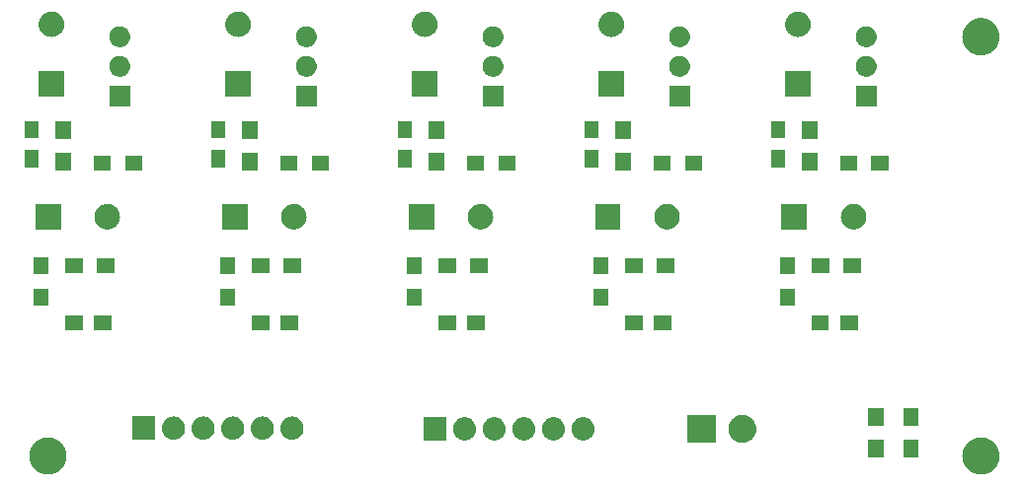
<source format=gts>
G04 #@! TF.GenerationSoftware,KiCad,Pcbnew,7.0.11-7.0.11~ubuntu22.04.1*
G04 #@! TF.CreationDate,2024-09-19T02:02:40+03:00*
G04 #@! TF.ProjectId,psg14a_power,70736731-3461-45f7-906f-7765722e6b69,rev?*
G04 #@! TF.SameCoordinates,Original*
G04 #@! TF.FileFunction,Soldermask,Top*
G04 #@! TF.FilePolarity,Negative*
%FSLAX46Y46*%
G04 Gerber Fmt 4.6, Leading zero omitted, Abs format (unit mm)*
G04 Created by KiCad (PCBNEW 7.0.11-7.0.11~ubuntu22.04.1) date 2024-09-19 02:02:40*
%MOMM*%
%LPD*%
G01*
G04 APERTURE LIST*
G04 APERTURE END LIST*
G36*
X30061281Y-79404823D02*
G01*
X30119541Y-79404823D01*
X30183206Y-79414418D01*
X30250295Y-79419699D01*
X30304369Y-79432681D01*
X30355953Y-79440456D01*
X30423358Y-79461247D01*
X30494427Y-79478310D01*
X30540380Y-79497344D01*
X30584420Y-79510929D01*
X30653560Y-79544225D01*
X30726385Y-79574390D01*
X30763765Y-79597296D01*
X30799825Y-79614662D01*
X30868416Y-79661427D01*
X30940456Y-79705573D01*
X30969303Y-79730210D01*
X30997362Y-79749341D01*
X31062871Y-79810124D01*
X31131371Y-79868629D01*
X31152173Y-79892985D01*
X31172626Y-79911963D01*
X31232427Y-79986951D01*
X31294427Y-80059544D01*
X31308061Y-80081793D01*
X31321694Y-80098888D01*
X31373105Y-80187936D01*
X31425610Y-80273615D01*
X31433322Y-80292234D01*
X31441233Y-80305936D01*
X31481580Y-80408739D01*
X31521690Y-80505573D01*
X31525006Y-80519388D01*
X31528580Y-80528493D01*
X31555343Y-80645748D01*
X31580301Y-80749705D01*
X31580948Y-80757930D01*
X31581783Y-80761587D01*
X31592664Y-80906796D01*
X31600000Y-81000000D01*
X31592663Y-81093211D01*
X31581783Y-81238412D01*
X31580948Y-81242068D01*
X31580301Y-81250295D01*
X31555338Y-81354270D01*
X31528580Y-81471506D01*
X31525007Y-81480608D01*
X31521690Y-81494427D01*
X31481572Y-81591278D01*
X31441233Y-81694063D01*
X31433323Y-81707762D01*
X31425610Y-81726385D01*
X31373095Y-81812080D01*
X31321694Y-81901111D01*
X31308064Y-81918202D01*
X31294427Y-81940456D01*
X31232415Y-82013062D01*
X31172626Y-82088036D01*
X31152177Y-82107009D01*
X31131371Y-82131371D01*
X31062857Y-82189886D01*
X30997362Y-82250658D01*
X30969309Y-82269784D01*
X30940456Y-82294427D01*
X30868402Y-82338581D01*
X30799825Y-82385337D01*
X30763772Y-82402698D01*
X30726385Y-82425610D01*
X30653546Y-82455780D01*
X30584420Y-82489070D01*
X30540390Y-82502651D01*
X30494427Y-82521690D01*
X30423344Y-82538755D01*
X30355953Y-82559543D01*
X30304377Y-82567316D01*
X30250295Y-82580301D01*
X30183202Y-82585581D01*
X30119541Y-82595177D01*
X30061281Y-82595177D01*
X30000000Y-82600000D01*
X29938719Y-82595177D01*
X29880459Y-82595177D01*
X29816796Y-82585581D01*
X29749705Y-82580301D01*
X29695623Y-82567317D01*
X29644046Y-82559543D01*
X29576651Y-82538754D01*
X29505573Y-82521690D01*
X29459612Y-82502652D01*
X29415579Y-82489070D01*
X29346449Y-82455778D01*
X29273615Y-82425610D01*
X29236227Y-82402699D01*
X29200175Y-82385337D01*
X29131594Y-82338579D01*
X29059544Y-82294427D01*
X29030694Y-82269787D01*
X29002637Y-82250658D01*
X28937129Y-82189875D01*
X28868629Y-82131371D01*
X28847826Y-82107013D01*
X28827373Y-82088036D01*
X28767569Y-82013045D01*
X28705573Y-81940456D01*
X28691939Y-81918207D01*
X28678305Y-81901111D01*
X28626886Y-81812052D01*
X28574390Y-81726385D01*
X28566678Y-81707768D01*
X28558766Y-81694063D01*
X28518408Y-81591232D01*
X28478310Y-81494427D01*
X28474994Y-81480615D01*
X28471419Y-81471506D01*
X28444641Y-81354186D01*
X28419699Y-81250295D01*
X28419052Y-81242074D01*
X28418216Y-81238412D01*
X28407315Y-81092946D01*
X28400000Y-81000000D01*
X28407314Y-80907061D01*
X28418216Y-80761587D01*
X28419052Y-80757923D01*
X28419699Y-80749705D01*
X28444636Y-80645833D01*
X28471419Y-80528493D01*
X28474994Y-80519382D01*
X28478310Y-80505573D01*
X28518400Y-80408785D01*
X28558766Y-80305936D01*
X28566680Y-80292228D01*
X28574390Y-80273615D01*
X28626876Y-80187964D01*
X28678305Y-80098888D01*
X28691941Y-80081787D01*
X28705573Y-80059544D01*
X28767557Y-79986969D01*
X28827373Y-79911963D01*
X28847830Y-79892981D01*
X28868629Y-79868629D01*
X28937116Y-79810135D01*
X29002637Y-79749341D01*
X29030699Y-79730208D01*
X29059544Y-79705573D01*
X29131579Y-79661429D01*
X29200175Y-79614662D01*
X29236235Y-79597296D01*
X29273615Y-79574390D01*
X29346434Y-79544227D01*
X29415579Y-79510929D01*
X29459622Y-79497343D01*
X29505573Y-79478310D01*
X29576636Y-79461249D01*
X29644046Y-79440456D01*
X29695632Y-79432680D01*
X29749705Y-79419699D01*
X29816792Y-79414418D01*
X29880459Y-79404823D01*
X29938719Y-79404823D01*
X30000000Y-79400000D01*
X30061281Y-79404823D01*
G37*
G36*
X110061281Y-79404823D02*
G01*
X110119541Y-79404823D01*
X110183206Y-79414418D01*
X110250295Y-79419699D01*
X110304369Y-79432681D01*
X110355953Y-79440456D01*
X110423358Y-79461247D01*
X110494427Y-79478310D01*
X110540380Y-79497344D01*
X110584420Y-79510929D01*
X110653560Y-79544225D01*
X110726385Y-79574390D01*
X110763765Y-79597296D01*
X110799825Y-79614662D01*
X110868416Y-79661427D01*
X110940456Y-79705573D01*
X110969303Y-79730210D01*
X110997362Y-79749341D01*
X111062871Y-79810124D01*
X111131371Y-79868629D01*
X111152173Y-79892985D01*
X111172626Y-79911963D01*
X111232427Y-79986951D01*
X111294427Y-80059544D01*
X111308061Y-80081793D01*
X111321694Y-80098888D01*
X111373105Y-80187936D01*
X111425610Y-80273615D01*
X111433322Y-80292234D01*
X111441233Y-80305936D01*
X111481580Y-80408739D01*
X111521690Y-80505573D01*
X111525006Y-80519388D01*
X111528580Y-80528493D01*
X111555343Y-80645748D01*
X111580301Y-80749705D01*
X111580948Y-80757930D01*
X111581783Y-80761587D01*
X111592664Y-80906796D01*
X111600000Y-81000000D01*
X111592663Y-81093211D01*
X111581783Y-81238412D01*
X111580948Y-81242068D01*
X111580301Y-81250295D01*
X111555338Y-81354270D01*
X111528580Y-81471506D01*
X111525007Y-81480608D01*
X111521690Y-81494427D01*
X111481572Y-81591278D01*
X111441233Y-81694063D01*
X111433323Y-81707762D01*
X111425610Y-81726385D01*
X111373095Y-81812080D01*
X111321694Y-81901111D01*
X111308064Y-81918202D01*
X111294427Y-81940456D01*
X111232415Y-82013062D01*
X111172626Y-82088036D01*
X111152177Y-82107009D01*
X111131371Y-82131371D01*
X111062857Y-82189886D01*
X110997362Y-82250658D01*
X110969309Y-82269784D01*
X110940456Y-82294427D01*
X110868402Y-82338581D01*
X110799825Y-82385337D01*
X110763772Y-82402698D01*
X110726385Y-82425610D01*
X110653546Y-82455780D01*
X110584420Y-82489070D01*
X110540390Y-82502651D01*
X110494427Y-82521690D01*
X110423344Y-82538755D01*
X110355953Y-82559543D01*
X110304377Y-82567316D01*
X110250295Y-82580301D01*
X110183202Y-82585581D01*
X110119541Y-82595177D01*
X110061281Y-82595177D01*
X110000000Y-82600000D01*
X109938719Y-82595177D01*
X109880459Y-82595177D01*
X109816796Y-82585581D01*
X109749705Y-82580301D01*
X109695623Y-82567317D01*
X109644046Y-82559543D01*
X109576651Y-82538754D01*
X109505573Y-82521690D01*
X109459612Y-82502652D01*
X109415579Y-82489070D01*
X109346449Y-82455778D01*
X109273615Y-82425610D01*
X109236227Y-82402699D01*
X109200175Y-82385337D01*
X109131594Y-82338579D01*
X109059544Y-82294427D01*
X109030694Y-82269787D01*
X109002637Y-82250658D01*
X108937129Y-82189875D01*
X108868629Y-82131371D01*
X108847826Y-82107013D01*
X108827373Y-82088036D01*
X108767569Y-82013045D01*
X108705573Y-81940456D01*
X108691939Y-81918207D01*
X108678305Y-81901111D01*
X108626886Y-81812052D01*
X108574390Y-81726385D01*
X108566678Y-81707768D01*
X108558766Y-81694063D01*
X108518408Y-81591232D01*
X108478310Y-81494427D01*
X108474994Y-81480615D01*
X108471419Y-81471506D01*
X108444641Y-81354186D01*
X108419699Y-81250295D01*
X108419052Y-81242074D01*
X108418216Y-81238412D01*
X108407315Y-81092946D01*
X108400000Y-81000000D01*
X108407314Y-80907061D01*
X108418216Y-80761587D01*
X108419052Y-80757923D01*
X108419699Y-80749705D01*
X108444636Y-80645833D01*
X108471419Y-80528493D01*
X108474994Y-80519382D01*
X108478310Y-80505573D01*
X108518400Y-80408785D01*
X108558766Y-80305936D01*
X108566680Y-80292228D01*
X108574390Y-80273615D01*
X108626876Y-80187964D01*
X108678305Y-80098888D01*
X108691941Y-80081787D01*
X108705573Y-80059544D01*
X108767557Y-79986969D01*
X108827373Y-79911963D01*
X108847830Y-79892981D01*
X108868629Y-79868629D01*
X108937116Y-79810135D01*
X109002637Y-79749341D01*
X109030699Y-79730208D01*
X109059544Y-79705573D01*
X109131579Y-79661429D01*
X109200175Y-79614662D01*
X109236235Y-79597296D01*
X109273615Y-79574390D01*
X109346434Y-79544227D01*
X109415579Y-79510929D01*
X109459622Y-79497343D01*
X109505573Y-79478310D01*
X109576636Y-79461249D01*
X109644046Y-79440456D01*
X109695632Y-79432680D01*
X109749705Y-79419699D01*
X109816792Y-79414418D01*
X109880459Y-79404823D01*
X109938719Y-79404823D01*
X110000000Y-79400000D01*
X110061281Y-79404823D01*
G37*
G36*
X101650000Y-81100000D02*
G01*
X100350000Y-81100000D01*
X100350000Y-79600000D01*
X101650000Y-79600000D01*
X101650000Y-81100000D01*
G37*
G36*
X104650000Y-81100000D02*
G01*
X103350000Y-81100000D01*
X103350000Y-79600000D01*
X104650000Y-79600000D01*
X104650000Y-81100000D01*
G37*
G36*
X87242500Y-79876500D02*
G01*
X84842500Y-79876500D01*
X84842500Y-77476500D01*
X87242500Y-77476500D01*
X87242500Y-79876500D01*
G37*
G36*
X89595559Y-77481619D02*
G01*
X89653222Y-77481619D01*
X89703952Y-77491102D01*
X89750792Y-77495200D01*
X89808282Y-77510604D01*
X89870896Y-77522309D01*
X89913362Y-77538760D01*
X89952759Y-77549317D01*
X90012406Y-77577130D01*
X90077386Y-77602304D01*
X90110922Y-77623069D01*
X90142263Y-77637683D01*
X90201377Y-77679076D01*
X90265662Y-77718879D01*
X90290305Y-77741344D01*
X90313536Y-77757611D01*
X90369103Y-77813178D01*
X90429311Y-77868065D01*
X90445723Y-77889798D01*
X90461390Y-77905465D01*
X90510260Y-77975259D01*
X90562761Y-78044781D01*
X90572166Y-78063670D01*
X90581314Y-78076734D01*
X90620266Y-78160267D01*
X90661467Y-78243010D01*
X90665563Y-78257407D01*
X90669682Y-78266240D01*
X90695638Y-78363109D01*
X90722068Y-78456001D01*
X90722881Y-78464784D01*
X90723799Y-78468207D01*
X90733941Y-78584136D01*
X90742500Y-78676500D01*
X90733940Y-78768870D01*
X90723799Y-78884792D01*
X90722882Y-78888214D01*
X90722068Y-78896999D01*
X90695633Y-78989907D01*
X90669682Y-79086759D01*
X90665564Y-79095589D01*
X90661467Y-79109990D01*
X90620268Y-79192728D01*
X90581316Y-79276263D01*
X90572167Y-79289328D01*
X90562761Y-79308219D01*
X90510249Y-79377755D01*
X90461388Y-79447536D01*
X90445726Y-79463197D01*
X90429311Y-79484935D01*
X90369092Y-79539831D01*
X90313536Y-79595388D01*
X90290310Y-79611650D01*
X90265662Y-79634121D01*
X90201365Y-79673931D01*
X90142263Y-79715316D01*
X90110929Y-79729926D01*
X90077386Y-79750696D01*
X90012393Y-79775874D01*
X89952759Y-79803682D01*
X89913371Y-79814235D01*
X89870896Y-79830691D01*
X89808270Y-79842397D01*
X89750792Y-79857799D01*
X89703962Y-79861895D01*
X89653222Y-79871381D01*
X89595547Y-79871381D01*
X89542500Y-79876022D01*
X89489452Y-79871381D01*
X89431778Y-79871381D01*
X89381037Y-79861896D01*
X89334207Y-79857799D01*
X89276726Y-79842396D01*
X89214104Y-79830691D01*
X89171631Y-79814236D01*
X89132240Y-79803682D01*
X89072600Y-79775872D01*
X89007614Y-79750696D01*
X88974073Y-79729928D01*
X88942736Y-79715316D01*
X88883625Y-79673926D01*
X88819338Y-79634121D01*
X88794692Y-79611653D01*
X88771463Y-79595388D01*
X88715896Y-79539821D01*
X88655689Y-79484935D01*
X88639276Y-79463201D01*
X88623611Y-79447536D01*
X88574736Y-79377736D01*
X88522239Y-79308219D01*
X88512835Y-79289333D01*
X88503683Y-79276263D01*
X88464715Y-79192696D01*
X88423533Y-79109990D01*
X88419437Y-79095595D01*
X88415317Y-79086759D01*
X88389349Y-78989846D01*
X88362932Y-78896999D01*
X88362118Y-78888219D01*
X88361200Y-78884792D01*
X88351041Y-78768677D01*
X88342500Y-78676500D01*
X88351040Y-78584329D01*
X88361200Y-78468207D01*
X88362118Y-78464778D01*
X88362932Y-78456001D01*
X88389344Y-78363169D01*
X88415317Y-78266240D01*
X88419437Y-78257402D01*
X88423533Y-78243010D01*
X88464717Y-78160299D01*
X88503685Y-78076734D01*
X88512835Y-78063665D01*
X88522239Y-78044781D01*
X88574725Y-77975277D01*
X88623609Y-77905465D01*
X88639279Y-77889794D01*
X88655689Y-77868065D01*
X88715884Y-77813189D01*
X88771465Y-77757609D01*
X88794699Y-77741340D01*
X88819338Y-77718879D01*
X88883615Y-77679080D01*
X88942734Y-77637685D01*
X88974074Y-77623070D01*
X89007614Y-77602304D01*
X89072592Y-77577131D01*
X89132240Y-77549317D01*
X89171639Y-77538759D01*
X89214104Y-77522309D01*
X89276713Y-77510605D01*
X89334207Y-77495200D01*
X89381047Y-77491102D01*
X89431778Y-77481619D01*
X89489441Y-77481619D01*
X89542500Y-77476977D01*
X89595559Y-77481619D01*
G37*
G36*
X64181990Y-79675990D02*
G01*
X62183010Y-79675990D01*
X62183010Y-77677010D01*
X64181990Y-77677010D01*
X64181990Y-79675990D01*
G37*
G36*
X65771205Y-77681807D02*
G01*
X65814670Y-77681807D01*
X65863074Y-77690855D01*
X65917491Y-77696215D01*
X65958831Y-77708755D01*
X65995879Y-77715681D01*
X66047193Y-77735560D01*
X66104988Y-77753092D01*
X66138007Y-77770741D01*
X66167775Y-77782273D01*
X66219492Y-77814295D01*
X66277787Y-77845454D01*
X66302281Y-77865556D01*
X66324501Y-77879314D01*
X66373736Y-77924197D01*
X66429246Y-77969754D01*
X66445696Y-77989798D01*
X66460737Y-78003510D01*
X66504399Y-78061327D01*
X66553546Y-78121213D01*
X66563049Y-78138993D01*
X66571826Y-78150615D01*
X66606751Y-78220754D01*
X66645908Y-78294012D01*
X66650083Y-78307776D01*
X66653999Y-78315640D01*
X66677120Y-78396904D01*
X66702785Y-78481509D01*
X66703628Y-78490072D01*
X66704444Y-78492939D01*
X66712927Y-78584482D01*
X66721990Y-78676500D01*
X66712926Y-78768525D01*
X66704444Y-78860060D01*
X66703628Y-78862925D01*
X66702785Y-78871491D01*
X66677115Y-78956110D01*
X66653999Y-79037359D01*
X66650084Y-79045220D01*
X66645908Y-79058988D01*
X66606743Y-79132259D01*
X66571826Y-79202384D01*
X66563051Y-79214003D01*
X66553546Y-79231787D01*
X66504389Y-79291683D01*
X66460737Y-79349489D01*
X66445699Y-79363197D01*
X66429246Y-79383246D01*
X66373725Y-79428811D01*
X66324501Y-79473685D01*
X66302286Y-79487439D01*
X66277787Y-79507546D01*
X66219481Y-79538710D01*
X66167775Y-79570726D01*
X66138014Y-79582255D01*
X66104988Y-79599908D01*
X66047181Y-79617443D01*
X65995879Y-79637318D01*
X65958838Y-79644242D01*
X65917491Y-79656785D01*
X65863071Y-79662144D01*
X65814670Y-79671193D01*
X65771205Y-79671193D01*
X65722500Y-79675990D01*
X65673795Y-79671193D01*
X65630330Y-79671193D01*
X65581927Y-79662144D01*
X65527509Y-79656785D01*
X65486162Y-79644242D01*
X65449120Y-79637318D01*
X65397813Y-79617442D01*
X65340012Y-79599908D01*
X65306987Y-79582256D01*
X65277224Y-79570726D01*
X65225511Y-79538706D01*
X65167213Y-79507546D01*
X65142716Y-79487442D01*
X65120498Y-79473685D01*
X65071264Y-79428802D01*
X65015754Y-79383246D01*
X64999303Y-79363201D01*
X64984262Y-79349489D01*
X64940597Y-79291668D01*
X64891454Y-79231787D01*
X64881950Y-79214007D01*
X64873173Y-79202384D01*
X64838241Y-79132232D01*
X64799092Y-79058988D01*
X64794917Y-79045225D01*
X64791000Y-79037359D01*
X64767868Y-78956057D01*
X64742215Y-78871491D01*
X64741371Y-78862931D01*
X64740555Y-78860060D01*
X64732056Y-78768353D01*
X64723010Y-78676500D01*
X64732056Y-78584654D01*
X64740555Y-78492939D01*
X64741372Y-78490067D01*
X64742215Y-78481509D01*
X64767863Y-78396957D01*
X64791000Y-78315640D01*
X64794918Y-78307771D01*
X64799092Y-78294012D01*
X64838234Y-78220781D01*
X64873173Y-78150615D01*
X64881952Y-78138988D01*
X64891454Y-78121213D01*
X64940588Y-78061342D01*
X64984262Y-78003510D01*
X64999306Y-77989794D01*
X65015754Y-77969754D01*
X65071253Y-77924206D01*
X65120498Y-77879314D01*
X65142721Y-77865553D01*
X65167213Y-77845454D01*
X65225499Y-77814299D01*
X65277224Y-77782273D01*
X65306994Y-77770739D01*
X65340012Y-77753092D01*
X65397801Y-77735561D01*
X65449120Y-77715681D01*
X65486169Y-77708755D01*
X65527509Y-77696215D01*
X65581924Y-77690855D01*
X65630330Y-77681807D01*
X65673795Y-77681807D01*
X65722500Y-77677010D01*
X65771205Y-77681807D01*
G37*
G36*
X68311205Y-77681807D02*
G01*
X68354670Y-77681807D01*
X68403074Y-77690855D01*
X68457491Y-77696215D01*
X68498831Y-77708755D01*
X68535879Y-77715681D01*
X68587193Y-77735560D01*
X68644988Y-77753092D01*
X68678007Y-77770741D01*
X68707775Y-77782273D01*
X68759492Y-77814295D01*
X68817787Y-77845454D01*
X68842281Y-77865556D01*
X68864501Y-77879314D01*
X68913736Y-77924197D01*
X68969246Y-77969754D01*
X68985696Y-77989798D01*
X69000737Y-78003510D01*
X69044399Y-78061327D01*
X69093546Y-78121213D01*
X69103049Y-78138993D01*
X69111826Y-78150615D01*
X69146751Y-78220754D01*
X69185908Y-78294012D01*
X69190083Y-78307776D01*
X69193999Y-78315640D01*
X69217120Y-78396904D01*
X69242785Y-78481509D01*
X69243628Y-78490072D01*
X69244444Y-78492939D01*
X69252927Y-78584482D01*
X69261990Y-78676500D01*
X69252926Y-78768525D01*
X69244444Y-78860060D01*
X69243628Y-78862925D01*
X69242785Y-78871491D01*
X69217115Y-78956110D01*
X69193999Y-79037359D01*
X69190084Y-79045220D01*
X69185908Y-79058988D01*
X69146743Y-79132259D01*
X69111826Y-79202384D01*
X69103051Y-79214003D01*
X69093546Y-79231787D01*
X69044389Y-79291683D01*
X69000737Y-79349489D01*
X68985699Y-79363197D01*
X68969246Y-79383246D01*
X68913725Y-79428811D01*
X68864501Y-79473685D01*
X68842286Y-79487439D01*
X68817787Y-79507546D01*
X68759481Y-79538710D01*
X68707775Y-79570726D01*
X68678014Y-79582255D01*
X68644988Y-79599908D01*
X68587181Y-79617443D01*
X68535879Y-79637318D01*
X68498838Y-79644242D01*
X68457491Y-79656785D01*
X68403071Y-79662144D01*
X68354670Y-79671193D01*
X68311205Y-79671193D01*
X68262500Y-79675990D01*
X68213795Y-79671193D01*
X68170330Y-79671193D01*
X68121927Y-79662144D01*
X68067509Y-79656785D01*
X68026162Y-79644242D01*
X67989120Y-79637318D01*
X67937813Y-79617442D01*
X67880012Y-79599908D01*
X67846987Y-79582256D01*
X67817224Y-79570726D01*
X67765511Y-79538706D01*
X67707213Y-79507546D01*
X67682716Y-79487442D01*
X67660498Y-79473685D01*
X67611264Y-79428802D01*
X67555754Y-79383246D01*
X67539303Y-79363201D01*
X67524262Y-79349489D01*
X67480597Y-79291668D01*
X67431454Y-79231787D01*
X67421950Y-79214007D01*
X67413173Y-79202384D01*
X67378241Y-79132232D01*
X67339092Y-79058988D01*
X67334917Y-79045225D01*
X67331000Y-79037359D01*
X67307868Y-78956057D01*
X67282215Y-78871491D01*
X67281371Y-78862931D01*
X67280555Y-78860060D01*
X67272056Y-78768353D01*
X67263010Y-78676500D01*
X67272056Y-78584654D01*
X67280555Y-78492939D01*
X67281372Y-78490067D01*
X67282215Y-78481509D01*
X67307863Y-78396957D01*
X67331000Y-78315640D01*
X67334918Y-78307771D01*
X67339092Y-78294012D01*
X67378234Y-78220781D01*
X67413173Y-78150615D01*
X67421952Y-78138988D01*
X67431454Y-78121213D01*
X67480588Y-78061342D01*
X67524262Y-78003510D01*
X67539306Y-77989794D01*
X67555754Y-77969754D01*
X67611253Y-77924206D01*
X67660498Y-77879314D01*
X67682721Y-77865553D01*
X67707213Y-77845454D01*
X67765499Y-77814299D01*
X67817224Y-77782273D01*
X67846994Y-77770739D01*
X67880012Y-77753092D01*
X67937801Y-77735561D01*
X67989120Y-77715681D01*
X68026169Y-77708755D01*
X68067509Y-77696215D01*
X68121924Y-77690855D01*
X68170330Y-77681807D01*
X68213795Y-77681807D01*
X68262500Y-77677010D01*
X68311205Y-77681807D01*
G37*
G36*
X70851205Y-77681807D02*
G01*
X70894670Y-77681807D01*
X70943074Y-77690855D01*
X70997491Y-77696215D01*
X71038831Y-77708755D01*
X71075879Y-77715681D01*
X71127193Y-77735560D01*
X71184988Y-77753092D01*
X71218007Y-77770741D01*
X71247775Y-77782273D01*
X71299492Y-77814295D01*
X71357787Y-77845454D01*
X71382281Y-77865556D01*
X71404501Y-77879314D01*
X71453736Y-77924197D01*
X71509246Y-77969754D01*
X71525696Y-77989798D01*
X71540737Y-78003510D01*
X71584399Y-78061327D01*
X71633546Y-78121213D01*
X71643049Y-78138993D01*
X71651826Y-78150615D01*
X71686751Y-78220754D01*
X71725908Y-78294012D01*
X71730083Y-78307776D01*
X71733999Y-78315640D01*
X71757120Y-78396904D01*
X71782785Y-78481509D01*
X71783628Y-78490072D01*
X71784444Y-78492939D01*
X71792927Y-78584482D01*
X71801990Y-78676500D01*
X71792926Y-78768525D01*
X71784444Y-78860060D01*
X71783628Y-78862925D01*
X71782785Y-78871491D01*
X71757115Y-78956110D01*
X71733999Y-79037359D01*
X71730084Y-79045220D01*
X71725908Y-79058988D01*
X71686743Y-79132259D01*
X71651826Y-79202384D01*
X71643051Y-79214003D01*
X71633546Y-79231787D01*
X71584389Y-79291683D01*
X71540737Y-79349489D01*
X71525699Y-79363197D01*
X71509246Y-79383246D01*
X71453725Y-79428811D01*
X71404501Y-79473685D01*
X71382286Y-79487439D01*
X71357787Y-79507546D01*
X71299481Y-79538710D01*
X71247775Y-79570726D01*
X71218014Y-79582255D01*
X71184988Y-79599908D01*
X71127181Y-79617443D01*
X71075879Y-79637318D01*
X71038838Y-79644242D01*
X70997491Y-79656785D01*
X70943071Y-79662144D01*
X70894670Y-79671193D01*
X70851205Y-79671193D01*
X70802500Y-79675990D01*
X70753795Y-79671193D01*
X70710330Y-79671193D01*
X70661927Y-79662144D01*
X70607509Y-79656785D01*
X70566162Y-79644242D01*
X70529120Y-79637318D01*
X70477813Y-79617442D01*
X70420012Y-79599908D01*
X70386987Y-79582256D01*
X70357224Y-79570726D01*
X70305511Y-79538706D01*
X70247213Y-79507546D01*
X70222716Y-79487442D01*
X70200498Y-79473685D01*
X70151264Y-79428802D01*
X70095754Y-79383246D01*
X70079303Y-79363201D01*
X70064262Y-79349489D01*
X70020597Y-79291668D01*
X69971454Y-79231787D01*
X69961950Y-79214007D01*
X69953173Y-79202384D01*
X69918241Y-79132232D01*
X69879092Y-79058988D01*
X69874917Y-79045225D01*
X69871000Y-79037359D01*
X69847868Y-78956057D01*
X69822215Y-78871491D01*
X69821371Y-78862931D01*
X69820555Y-78860060D01*
X69812056Y-78768353D01*
X69803010Y-78676500D01*
X69812056Y-78584654D01*
X69820555Y-78492939D01*
X69821372Y-78490067D01*
X69822215Y-78481509D01*
X69847863Y-78396957D01*
X69871000Y-78315640D01*
X69874918Y-78307771D01*
X69879092Y-78294012D01*
X69918234Y-78220781D01*
X69953173Y-78150615D01*
X69961952Y-78138988D01*
X69971454Y-78121213D01*
X70020588Y-78061342D01*
X70064262Y-78003510D01*
X70079306Y-77989794D01*
X70095754Y-77969754D01*
X70151253Y-77924206D01*
X70200498Y-77879314D01*
X70222721Y-77865553D01*
X70247213Y-77845454D01*
X70305499Y-77814299D01*
X70357224Y-77782273D01*
X70386994Y-77770739D01*
X70420012Y-77753092D01*
X70477801Y-77735561D01*
X70529120Y-77715681D01*
X70566169Y-77708755D01*
X70607509Y-77696215D01*
X70661924Y-77690855D01*
X70710330Y-77681807D01*
X70753795Y-77681807D01*
X70802500Y-77677010D01*
X70851205Y-77681807D01*
G37*
G36*
X73391205Y-77681807D02*
G01*
X73434670Y-77681807D01*
X73483074Y-77690855D01*
X73537491Y-77696215D01*
X73578831Y-77708755D01*
X73615879Y-77715681D01*
X73667193Y-77735560D01*
X73724988Y-77753092D01*
X73758007Y-77770741D01*
X73787775Y-77782273D01*
X73839492Y-77814295D01*
X73897787Y-77845454D01*
X73922281Y-77865556D01*
X73944501Y-77879314D01*
X73993736Y-77924197D01*
X74049246Y-77969754D01*
X74065696Y-77989798D01*
X74080737Y-78003510D01*
X74124399Y-78061327D01*
X74173546Y-78121213D01*
X74183049Y-78138993D01*
X74191826Y-78150615D01*
X74226751Y-78220754D01*
X74265908Y-78294012D01*
X74270083Y-78307776D01*
X74273999Y-78315640D01*
X74297120Y-78396904D01*
X74322785Y-78481509D01*
X74323628Y-78490072D01*
X74324444Y-78492939D01*
X74332927Y-78584482D01*
X74341990Y-78676500D01*
X74332926Y-78768525D01*
X74324444Y-78860060D01*
X74323628Y-78862925D01*
X74322785Y-78871491D01*
X74297115Y-78956110D01*
X74273999Y-79037359D01*
X74270084Y-79045220D01*
X74265908Y-79058988D01*
X74226743Y-79132259D01*
X74191826Y-79202384D01*
X74183051Y-79214003D01*
X74173546Y-79231787D01*
X74124389Y-79291683D01*
X74080737Y-79349489D01*
X74065699Y-79363197D01*
X74049246Y-79383246D01*
X73993725Y-79428811D01*
X73944501Y-79473685D01*
X73922286Y-79487439D01*
X73897787Y-79507546D01*
X73839481Y-79538710D01*
X73787775Y-79570726D01*
X73758014Y-79582255D01*
X73724988Y-79599908D01*
X73667181Y-79617443D01*
X73615879Y-79637318D01*
X73578838Y-79644242D01*
X73537491Y-79656785D01*
X73483071Y-79662144D01*
X73434670Y-79671193D01*
X73391205Y-79671193D01*
X73342500Y-79675990D01*
X73293795Y-79671193D01*
X73250330Y-79671193D01*
X73201927Y-79662144D01*
X73147509Y-79656785D01*
X73106162Y-79644242D01*
X73069120Y-79637318D01*
X73017813Y-79617442D01*
X72960012Y-79599908D01*
X72926987Y-79582256D01*
X72897224Y-79570726D01*
X72845511Y-79538706D01*
X72787213Y-79507546D01*
X72762716Y-79487442D01*
X72740498Y-79473685D01*
X72691264Y-79428802D01*
X72635754Y-79383246D01*
X72619303Y-79363201D01*
X72604262Y-79349489D01*
X72560597Y-79291668D01*
X72511454Y-79231787D01*
X72501950Y-79214007D01*
X72493173Y-79202384D01*
X72458241Y-79132232D01*
X72419092Y-79058988D01*
X72414917Y-79045225D01*
X72411000Y-79037359D01*
X72387868Y-78956057D01*
X72362215Y-78871491D01*
X72361371Y-78862931D01*
X72360555Y-78860060D01*
X72352056Y-78768353D01*
X72343010Y-78676500D01*
X72352056Y-78584654D01*
X72360555Y-78492939D01*
X72361372Y-78490067D01*
X72362215Y-78481509D01*
X72387863Y-78396957D01*
X72411000Y-78315640D01*
X72414918Y-78307771D01*
X72419092Y-78294012D01*
X72458234Y-78220781D01*
X72493173Y-78150615D01*
X72501952Y-78138988D01*
X72511454Y-78121213D01*
X72560588Y-78061342D01*
X72604262Y-78003510D01*
X72619306Y-77989794D01*
X72635754Y-77969754D01*
X72691253Y-77924206D01*
X72740498Y-77879314D01*
X72762721Y-77865553D01*
X72787213Y-77845454D01*
X72845499Y-77814299D01*
X72897224Y-77782273D01*
X72926994Y-77770739D01*
X72960012Y-77753092D01*
X73017801Y-77735561D01*
X73069120Y-77715681D01*
X73106169Y-77708755D01*
X73147509Y-77696215D01*
X73201924Y-77690855D01*
X73250330Y-77681807D01*
X73293795Y-77681807D01*
X73342500Y-77677010D01*
X73391205Y-77681807D01*
G37*
G36*
X75931205Y-77681807D02*
G01*
X75974670Y-77681807D01*
X76023074Y-77690855D01*
X76077491Y-77696215D01*
X76118831Y-77708755D01*
X76155879Y-77715681D01*
X76207193Y-77735560D01*
X76264988Y-77753092D01*
X76298007Y-77770741D01*
X76327775Y-77782273D01*
X76379492Y-77814295D01*
X76437787Y-77845454D01*
X76462281Y-77865556D01*
X76484501Y-77879314D01*
X76533736Y-77924197D01*
X76589246Y-77969754D01*
X76605696Y-77989798D01*
X76620737Y-78003510D01*
X76664399Y-78061327D01*
X76713546Y-78121213D01*
X76723049Y-78138993D01*
X76731826Y-78150615D01*
X76766751Y-78220754D01*
X76805908Y-78294012D01*
X76810083Y-78307776D01*
X76813999Y-78315640D01*
X76837120Y-78396904D01*
X76862785Y-78481509D01*
X76863628Y-78490072D01*
X76864444Y-78492939D01*
X76872927Y-78584482D01*
X76881990Y-78676500D01*
X76872926Y-78768525D01*
X76864444Y-78860060D01*
X76863628Y-78862925D01*
X76862785Y-78871491D01*
X76837115Y-78956110D01*
X76813999Y-79037359D01*
X76810084Y-79045220D01*
X76805908Y-79058988D01*
X76766743Y-79132259D01*
X76731826Y-79202384D01*
X76723051Y-79214003D01*
X76713546Y-79231787D01*
X76664389Y-79291683D01*
X76620737Y-79349489D01*
X76605699Y-79363197D01*
X76589246Y-79383246D01*
X76533725Y-79428811D01*
X76484501Y-79473685D01*
X76462286Y-79487439D01*
X76437787Y-79507546D01*
X76379481Y-79538710D01*
X76327775Y-79570726D01*
X76298014Y-79582255D01*
X76264988Y-79599908D01*
X76207181Y-79617443D01*
X76155879Y-79637318D01*
X76118838Y-79644242D01*
X76077491Y-79656785D01*
X76023071Y-79662144D01*
X75974670Y-79671193D01*
X75931205Y-79671193D01*
X75882500Y-79675990D01*
X75833795Y-79671193D01*
X75790330Y-79671193D01*
X75741927Y-79662144D01*
X75687509Y-79656785D01*
X75646162Y-79644242D01*
X75609120Y-79637318D01*
X75557813Y-79617442D01*
X75500012Y-79599908D01*
X75466987Y-79582256D01*
X75437224Y-79570726D01*
X75385511Y-79538706D01*
X75327213Y-79507546D01*
X75302716Y-79487442D01*
X75280498Y-79473685D01*
X75231264Y-79428802D01*
X75175754Y-79383246D01*
X75159303Y-79363201D01*
X75144262Y-79349489D01*
X75100597Y-79291668D01*
X75051454Y-79231787D01*
X75041950Y-79214007D01*
X75033173Y-79202384D01*
X74998241Y-79132232D01*
X74959092Y-79058988D01*
X74954917Y-79045225D01*
X74951000Y-79037359D01*
X74927868Y-78956057D01*
X74902215Y-78871491D01*
X74901371Y-78862931D01*
X74900555Y-78860060D01*
X74892056Y-78768353D01*
X74883010Y-78676500D01*
X74892056Y-78584654D01*
X74900555Y-78492939D01*
X74901372Y-78490067D01*
X74902215Y-78481509D01*
X74927863Y-78396957D01*
X74951000Y-78315640D01*
X74954918Y-78307771D01*
X74959092Y-78294012D01*
X74998234Y-78220781D01*
X75033173Y-78150615D01*
X75041952Y-78138988D01*
X75051454Y-78121213D01*
X75100588Y-78061342D01*
X75144262Y-78003510D01*
X75159306Y-77989794D01*
X75175754Y-77969754D01*
X75231253Y-77924206D01*
X75280498Y-77879314D01*
X75302721Y-77865553D01*
X75327213Y-77845454D01*
X75385499Y-77814299D01*
X75437224Y-77782273D01*
X75466994Y-77770739D01*
X75500012Y-77753092D01*
X75557801Y-77735561D01*
X75609120Y-77715681D01*
X75646169Y-77708755D01*
X75687509Y-77696215D01*
X75741924Y-77690855D01*
X75790330Y-77681807D01*
X75833795Y-77681807D01*
X75882500Y-77677010D01*
X75931205Y-77681807D01*
G37*
G36*
X39226490Y-79612490D02*
G01*
X37227510Y-79612490D01*
X37227510Y-77613510D01*
X39226490Y-77613510D01*
X39226490Y-79612490D01*
G37*
G36*
X40815705Y-77618307D02*
G01*
X40859170Y-77618307D01*
X40907574Y-77627355D01*
X40961991Y-77632715D01*
X41003331Y-77645255D01*
X41040379Y-77652181D01*
X41091693Y-77672060D01*
X41149488Y-77689592D01*
X41182507Y-77707241D01*
X41212275Y-77718773D01*
X41263992Y-77750795D01*
X41322287Y-77781954D01*
X41346781Y-77802056D01*
X41369001Y-77815814D01*
X41418236Y-77860697D01*
X41473746Y-77906254D01*
X41490196Y-77926298D01*
X41505237Y-77940010D01*
X41548899Y-77997827D01*
X41598046Y-78057713D01*
X41607549Y-78075493D01*
X41616326Y-78087115D01*
X41651251Y-78157254D01*
X41690408Y-78230512D01*
X41694583Y-78244276D01*
X41698499Y-78252140D01*
X41721620Y-78333404D01*
X41747285Y-78418009D01*
X41748128Y-78426572D01*
X41748944Y-78429439D01*
X41757427Y-78520982D01*
X41766490Y-78613000D01*
X41757426Y-78705025D01*
X41748944Y-78796560D01*
X41748128Y-78799425D01*
X41747285Y-78807991D01*
X41721615Y-78892610D01*
X41698499Y-78973859D01*
X41694584Y-78981720D01*
X41690408Y-78995488D01*
X41651243Y-79068759D01*
X41616326Y-79138884D01*
X41607551Y-79150503D01*
X41598046Y-79168287D01*
X41548889Y-79228183D01*
X41505237Y-79285989D01*
X41490199Y-79299697D01*
X41473746Y-79319746D01*
X41418225Y-79365311D01*
X41369001Y-79410185D01*
X41346786Y-79423939D01*
X41322287Y-79444046D01*
X41263981Y-79475210D01*
X41212275Y-79507226D01*
X41182514Y-79518755D01*
X41149488Y-79536408D01*
X41091681Y-79553943D01*
X41040379Y-79573818D01*
X41003338Y-79580742D01*
X40961991Y-79593285D01*
X40907571Y-79598644D01*
X40859170Y-79607693D01*
X40815705Y-79607693D01*
X40767000Y-79612490D01*
X40718295Y-79607693D01*
X40674830Y-79607693D01*
X40626427Y-79598644D01*
X40572009Y-79593285D01*
X40530662Y-79580742D01*
X40493620Y-79573818D01*
X40442313Y-79553942D01*
X40384512Y-79536408D01*
X40351487Y-79518756D01*
X40321724Y-79507226D01*
X40270011Y-79475206D01*
X40211713Y-79444046D01*
X40187216Y-79423942D01*
X40164998Y-79410185D01*
X40115764Y-79365302D01*
X40060254Y-79319746D01*
X40043803Y-79299701D01*
X40028762Y-79285989D01*
X39985097Y-79228168D01*
X39935954Y-79168287D01*
X39926450Y-79150507D01*
X39917673Y-79138884D01*
X39882741Y-79068732D01*
X39843592Y-78995488D01*
X39839417Y-78981725D01*
X39835500Y-78973859D01*
X39812368Y-78892557D01*
X39786715Y-78807991D01*
X39785871Y-78799431D01*
X39785055Y-78796560D01*
X39776556Y-78704853D01*
X39767510Y-78613000D01*
X39776556Y-78521154D01*
X39785055Y-78429439D01*
X39785872Y-78426567D01*
X39786715Y-78418009D01*
X39812363Y-78333457D01*
X39835500Y-78252140D01*
X39839418Y-78244271D01*
X39843592Y-78230512D01*
X39882734Y-78157281D01*
X39917673Y-78087115D01*
X39926452Y-78075488D01*
X39935954Y-78057713D01*
X39985088Y-77997842D01*
X40028762Y-77940010D01*
X40043806Y-77926294D01*
X40060254Y-77906254D01*
X40115753Y-77860706D01*
X40164998Y-77815814D01*
X40187221Y-77802053D01*
X40211713Y-77781954D01*
X40269999Y-77750799D01*
X40321724Y-77718773D01*
X40351494Y-77707239D01*
X40384512Y-77689592D01*
X40442301Y-77672061D01*
X40493620Y-77652181D01*
X40530669Y-77645255D01*
X40572009Y-77632715D01*
X40626424Y-77627355D01*
X40674830Y-77618307D01*
X40718295Y-77618307D01*
X40767000Y-77613510D01*
X40815705Y-77618307D01*
G37*
G36*
X43355705Y-77618307D02*
G01*
X43399170Y-77618307D01*
X43447574Y-77627355D01*
X43501991Y-77632715D01*
X43543331Y-77645255D01*
X43580379Y-77652181D01*
X43631693Y-77672060D01*
X43689488Y-77689592D01*
X43722507Y-77707241D01*
X43752275Y-77718773D01*
X43803992Y-77750795D01*
X43862287Y-77781954D01*
X43886781Y-77802056D01*
X43909001Y-77815814D01*
X43958236Y-77860697D01*
X44013746Y-77906254D01*
X44030196Y-77926298D01*
X44045237Y-77940010D01*
X44088899Y-77997827D01*
X44138046Y-78057713D01*
X44147549Y-78075493D01*
X44156326Y-78087115D01*
X44191251Y-78157254D01*
X44230408Y-78230512D01*
X44234583Y-78244276D01*
X44238499Y-78252140D01*
X44261620Y-78333404D01*
X44287285Y-78418009D01*
X44288128Y-78426572D01*
X44288944Y-78429439D01*
X44297427Y-78520982D01*
X44306490Y-78613000D01*
X44297426Y-78705025D01*
X44288944Y-78796560D01*
X44288128Y-78799425D01*
X44287285Y-78807991D01*
X44261615Y-78892610D01*
X44238499Y-78973859D01*
X44234584Y-78981720D01*
X44230408Y-78995488D01*
X44191243Y-79068759D01*
X44156326Y-79138884D01*
X44147551Y-79150503D01*
X44138046Y-79168287D01*
X44088889Y-79228183D01*
X44045237Y-79285989D01*
X44030199Y-79299697D01*
X44013746Y-79319746D01*
X43958225Y-79365311D01*
X43909001Y-79410185D01*
X43886786Y-79423939D01*
X43862287Y-79444046D01*
X43803981Y-79475210D01*
X43752275Y-79507226D01*
X43722514Y-79518755D01*
X43689488Y-79536408D01*
X43631681Y-79553943D01*
X43580379Y-79573818D01*
X43543338Y-79580742D01*
X43501991Y-79593285D01*
X43447571Y-79598644D01*
X43399170Y-79607693D01*
X43355705Y-79607693D01*
X43307000Y-79612490D01*
X43258295Y-79607693D01*
X43214830Y-79607693D01*
X43166427Y-79598644D01*
X43112009Y-79593285D01*
X43070662Y-79580742D01*
X43033620Y-79573818D01*
X42982313Y-79553942D01*
X42924512Y-79536408D01*
X42891487Y-79518756D01*
X42861724Y-79507226D01*
X42810011Y-79475206D01*
X42751713Y-79444046D01*
X42727216Y-79423942D01*
X42704998Y-79410185D01*
X42655764Y-79365302D01*
X42600254Y-79319746D01*
X42583803Y-79299701D01*
X42568762Y-79285989D01*
X42525097Y-79228168D01*
X42475954Y-79168287D01*
X42466450Y-79150507D01*
X42457673Y-79138884D01*
X42422741Y-79068732D01*
X42383592Y-78995488D01*
X42379417Y-78981725D01*
X42375500Y-78973859D01*
X42352368Y-78892557D01*
X42326715Y-78807991D01*
X42325871Y-78799431D01*
X42325055Y-78796560D01*
X42316556Y-78704853D01*
X42307510Y-78613000D01*
X42316556Y-78521154D01*
X42325055Y-78429439D01*
X42325872Y-78426567D01*
X42326715Y-78418009D01*
X42352363Y-78333457D01*
X42375500Y-78252140D01*
X42379418Y-78244271D01*
X42383592Y-78230512D01*
X42422734Y-78157281D01*
X42457673Y-78087115D01*
X42466452Y-78075488D01*
X42475954Y-78057713D01*
X42525088Y-77997842D01*
X42568762Y-77940010D01*
X42583806Y-77926294D01*
X42600254Y-77906254D01*
X42655753Y-77860706D01*
X42704998Y-77815814D01*
X42727221Y-77802053D01*
X42751713Y-77781954D01*
X42809999Y-77750799D01*
X42861724Y-77718773D01*
X42891494Y-77707239D01*
X42924512Y-77689592D01*
X42982301Y-77672061D01*
X43033620Y-77652181D01*
X43070669Y-77645255D01*
X43112009Y-77632715D01*
X43166424Y-77627355D01*
X43214830Y-77618307D01*
X43258295Y-77618307D01*
X43307000Y-77613510D01*
X43355705Y-77618307D01*
G37*
G36*
X45895705Y-77618307D02*
G01*
X45939170Y-77618307D01*
X45987574Y-77627355D01*
X46041991Y-77632715D01*
X46083331Y-77645255D01*
X46120379Y-77652181D01*
X46171693Y-77672060D01*
X46229488Y-77689592D01*
X46262507Y-77707241D01*
X46292275Y-77718773D01*
X46343992Y-77750795D01*
X46402287Y-77781954D01*
X46426781Y-77802056D01*
X46449001Y-77815814D01*
X46498236Y-77860697D01*
X46553746Y-77906254D01*
X46570196Y-77926298D01*
X46585237Y-77940010D01*
X46628899Y-77997827D01*
X46678046Y-78057713D01*
X46687549Y-78075493D01*
X46696326Y-78087115D01*
X46731251Y-78157254D01*
X46770408Y-78230512D01*
X46774583Y-78244276D01*
X46778499Y-78252140D01*
X46801620Y-78333404D01*
X46827285Y-78418009D01*
X46828128Y-78426572D01*
X46828944Y-78429439D01*
X46837427Y-78520982D01*
X46846490Y-78613000D01*
X46837426Y-78705025D01*
X46828944Y-78796560D01*
X46828128Y-78799425D01*
X46827285Y-78807991D01*
X46801615Y-78892610D01*
X46778499Y-78973859D01*
X46774584Y-78981720D01*
X46770408Y-78995488D01*
X46731243Y-79068759D01*
X46696326Y-79138884D01*
X46687551Y-79150503D01*
X46678046Y-79168287D01*
X46628889Y-79228183D01*
X46585237Y-79285989D01*
X46570199Y-79299697D01*
X46553746Y-79319746D01*
X46498225Y-79365311D01*
X46449001Y-79410185D01*
X46426786Y-79423939D01*
X46402287Y-79444046D01*
X46343981Y-79475210D01*
X46292275Y-79507226D01*
X46262514Y-79518755D01*
X46229488Y-79536408D01*
X46171681Y-79553943D01*
X46120379Y-79573818D01*
X46083338Y-79580742D01*
X46041991Y-79593285D01*
X45987571Y-79598644D01*
X45939170Y-79607693D01*
X45895705Y-79607693D01*
X45847000Y-79612490D01*
X45798295Y-79607693D01*
X45754830Y-79607693D01*
X45706427Y-79598644D01*
X45652009Y-79593285D01*
X45610662Y-79580742D01*
X45573620Y-79573818D01*
X45522313Y-79553942D01*
X45464512Y-79536408D01*
X45431487Y-79518756D01*
X45401724Y-79507226D01*
X45350011Y-79475206D01*
X45291713Y-79444046D01*
X45267216Y-79423942D01*
X45244998Y-79410185D01*
X45195764Y-79365302D01*
X45140254Y-79319746D01*
X45123803Y-79299701D01*
X45108762Y-79285989D01*
X45065097Y-79228168D01*
X45015954Y-79168287D01*
X45006450Y-79150507D01*
X44997673Y-79138884D01*
X44962741Y-79068732D01*
X44923592Y-78995488D01*
X44919417Y-78981725D01*
X44915500Y-78973859D01*
X44892368Y-78892557D01*
X44866715Y-78807991D01*
X44865871Y-78799431D01*
X44865055Y-78796560D01*
X44856556Y-78704853D01*
X44847510Y-78613000D01*
X44856556Y-78521154D01*
X44865055Y-78429439D01*
X44865872Y-78426567D01*
X44866715Y-78418009D01*
X44892363Y-78333457D01*
X44915500Y-78252140D01*
X44919418Y-78244271D01*
X44923592Y-78230512D01*
X44962734Y-78157281D01*
X44997673Y-78087115D01*
X45006452Y-78075488D01*
X45015954Y-78057713D01*
X45065088Y-77997842D01*
X45108762Y-77940010D01*
X45123806Y-77926294D01*
X45140254Y-77906254D01*
X45195753Y-77860706D01*
X45244998Y-77815814D01*
X45267221Y-77802053D01*
X45291713Y-77781954D01*
X45349999Y-77750799D01*
X45401724Y-77718773D01*
X45431494Y-77707239D01*
X45464512Y-77689592D01*
X45522301Y-77672061D01*
X45573620Y-77652181D01*
X45610669Y-77645255D01*
X45652009Y-77632715D01*
X45706424Y-77627355D01*
X45754830Y-77618307D01*
X45798295Y-77618307D01*
X45847000Y-77613510D01*
X45895705Y-77618307D01*
G37*
G36*
X48435705Y-77618307D02*
G01*
X48479170Y-77618307D01*
X48527574Y-77627355D01*
X48581991Y-77632715D01*
X48623331Y-77645255D01*
X48660379Y-77652181D01*
X48711693Y-77672060D01*
X48769488Y-77689592D01*
X48802507Y-77707241D01*
X48832275Y-77718773D01*
X48883992Y-77750795D01*
X48942287Y-77781954D01*
X48966781Y-77802056D01*
X48989001Y-77815814D01*
X49038236Y-77860697D01*
X49093746Y-77906254D01*
X49110196Y-77926298D01*
X49125237Y-77940010D01*
X49168899Y-77997827D01*
X49218046Y-78057713D01*
X49227549Y-78075493D01*
X49236326Y-78087115D01*
X49271251Y-78157254D01*
X49310408Y-78230512D01*
X49314583Y-78244276D01*
X49318499Y-78252140D01*
X49341620Y-78333404D01*
X49367285Y-78418009D01*
X49368128Y-78426572D01*
X49368944Y-78429439D01*
X49377427Y-78520982D01*
X49386490Y-78613000D01*
X49377426Y-78705025D01*
X49368944Y-78796560D01*
X49368128Y-78799425D01*
X49367285Y-78807991D01*
X49341615Y-78892610D01*
X49318499Y-78973859D01*
X49314584Y-78981720D01*
X49310408Y-78995488D01*
X49271243Y-79068759D01*
X49236326Y-79138884D01*
X49227551Y-79150503D01*
X49218046Y-79168287D01*
X49168889Y-79228183D01*
X49125237Y-79285989D01*
X49110199Y-79299697D01*
X49093746Y-79319746D01*
X49038225Y-79365311D01*
X48989001Y-79410185D01*
X48966786Y-79423939D01*
X48942287Y-79444046D01*
X48883981Y-79475210D01*
X48832275Y-79507226D01*
X48802514Y-79518755D01*
X48769488Y-79536408D01*
X48711681Y-79553943D01*
X48660379Y-79573818D01*
X48623338Y-79580742D01*
X48581991Y-79593285D01*
X48527571Y-79598644D01*
X48479170Y-79607693D01*
X48435705Y-79607693D01*
X48387000Y-79612490D01*
X48338295Y-79607693D01*
X48294830Y-79607693D01*
X48246427Y-79598644D01*
X48192009Y-79593285D01*
X48150662Y-79580742D01*
X48113620Y-79573818D01*
X48062313Y-79553942D01*
X48004512Y-79536408D01*
X47971487Y-79518756D01*
X47941724Y-79507226D01*
X47890011Y-79475206D01*
X47831713Y-79444046D01*
X47807216Y-79423942D01*
X47784998Y-79410185D01*
X47735764Y-79365302D01*
X47680254Y-79319746D01*
X47663803Y-79299701D01*
X47648762Y-79285989D01*
X47605097Y-79228168D01*
X47555954Y-79168287D01*
X47546450Y-79150507D01*
X47537673Y-79138884D01*
X47502741Y-79068732D01*
X47463592Y-78995488D01*
X47459417Y-78981725D01*
X47455500Y-78973859D01*
X47432368Y-78892557D01*
X47406715Y-78807991D01*
X47405871Y-78799431D01*
X47405055Y-78796560D01*
X47396556Y-78704853D01*
X47387510Y-78613000D01*
X47396556Y-78521154D01*
X47405055Y-78429439D01*
X47405872Y-78426567D01*
X47406715Y-78418009D01*
X47432363Y-78333457D01*
X47455500Y-78252140D01*
X47459418Y-78244271D01*
X47463592Y-78230512D01*
X47502734Y-78157281D01*
X47537673Y-78087115D01*
X47546452Y-78075488D01*
X47555954Y-78057713D01*
X47605088Y-77997842D01*
X47648762Y-77940010D01*
X47663806Y-77926294D01*
X47680254Y-77906254D01*
X47735753Y-77860706D01*
X47784998Y-77815814D01*
X47807221Y-77802053D01*
X47831713Y-77781954D01*
X47889999Y-77750799D01*
X47941724Y-77718773D01*
X47971494Y-77707239D01*
X48004512Y-77689592D01*
X48062301Y-77672061D01*
X48113620Y-77652181D01*
X48150669Y-77645255D01*
X48192009Y-77632715D01*
X48246424Y-77627355D01*
X48294830Y-77618307D01*
X48338295Y-77618307D01*
X48387000Y-77613510D01*
X48435705Y-77618307D01*
G37*
G36*
X50975705Y-77618307D02*
G01*
X51019170Y-77618307D01*
X51067574Y-77627355D01*
X51121991Y-77632715D01*
X51163331Y-77645255D01*
X51200379Y-77652181D01*
X51251693Y-77672060D01*
X51309488Y-77689592D01*
X51342507Y-77707241D01*
X51372275Y-77718773D01*
X51423992Y-77750795D01*
X51482287Y-77781954D01*
X51506781Y-77802056D01*
X51529001Y-77815814D01*
X51578236Y-77860697D01*
X51633746Y-77906254D01*
X51650196Y-77926298D01*
X51665237Y-77940010D01*
X51708899Y-77997827D01*
X51758046Y-78057713D01*
X51767549Y-78075493D01*
X51776326Y-78087115D01*
X51811251Y-78157254D01*
X51850408Y-78230512D01*
X51854583Y-78244276D01*
X51858499Y-78252140D01*
X51881620Y-78333404D01*
X51907285Y-78418009D01*
X51908128Y-78426572D01*
X51908944Y-78429439D01*
X51917427Y-78520982D01*
X51926490Y-78613000D01*
X51917426Y-78705025D01*
X51908944Y-78796560D01*
X51908128Y-78799425D01*
X51907285Y-78807991D01*
X51881615Y-78892610D01*
X51858499Y-78973859D01*
X51854584Y-78981720D01*
X51850408Y-78995488D01*
X51811243Y-79068759D01*
X51776326Y-79138884D01*
X51767551Y-79150503D01*
X51758046Y-79168287D01*
X51708889Y-79228183D01*
X51665237Y-79285989D01*
X51650199Y-79299697D01*
X51633746Y-79319746D01*
X51578225Y-79365311D01*
X51529001Y-79410185D01*
X51506786Y-79423939D01*
X51482287Y-79444046D01*
X51423981Y-79475210D01*
X51372275Y-79507226D01*
X51342514Y-79518755D01*
X51309488Y-79536408D01*
X51251681Y-79553943D01*
X51200379Y-79573818D01*
X51163338Y-79580742D01*
X51121991Y-79593285D01*
X51067571Y-79598644D01*
X51019170Y-79607693D01*
X50975705Y-79607693D01*
X50927000Y-79612490D01*
X50878295Y-79607693D01*
X50834830Y-79607693D01*
X50786427Y-79598644D01*
X50732009Y-79593285D01*
X50690662Y-79580742D01*
X50653620Y-79573818D01*
X50602313Y-79553942D01*
X50544512Y-79536408D01*
X50511487Y-79518756D01*
X50481724Y-79507226D01*
X50430011Y-79475206D01*
X50371713Y-79444046D01*
X50347216Y-79423942D01*
X50324998Y-79410185D01*
X50275764Y-79365302D01*
X50220254Y-79319746D01*
X50203803Y-79299701D01*
X50188762Y-79285989D01*
X50145097Y-79228168D01*
X50095954Y-79168287D01*
X50086450Y-79150507D01*
X50077673Y-79138884D01*
X50042741Y-79068732D01*
X50003592Y-78995488D01*
X49999417Y-78981725D01*
X49995500Y-78973859D01*
X49972368Y-78892557D01*
X49946715Y-78807991D01*
X49945871Y-78799431D01*
X49945055Y-78796560D01*
X49936556Y-78704853D01*
X49927510Y-78613000D01*
X49936556Y-78521154D01*
X49945055Y-78429439D01*
X49945872Y-78426567D01*
X49946715Y-78418009D01*
X49972363Y-78333457D01*
X49995500Y-78252140D01*
X49999418Y-78244271D01*
X50003592Y-78230512D01*
X50042734Y-78157281D01*
X50077673Y-78087115D01*
X50086452Y-78075488D01*
X50095954Y-78057713D01*
X50145088Y-77997842D01*
X50188762Y-77940010D01*
X50203806Y-77926294D01*
X50220254Y-77906254D01*
X50275753Y-77860706D01*
X50324998Y-77815814D01*
X50347221Y-77802053D01*
X50371713Y-77781954D01*
X50429999Y-77750799D01*
X50481724Y-77718773D01*
X50511494Y-77707239D01*
X50544512Y-77689592D01*
X50602301Y-77672061D01*
X50653620Y-77652181D01*
X50690669Y-77645255D01*
X50732009Y-77632715D01*
X50786424Y-77627355D01*
X50834830Y-77618307D01*
X50878295Y-77618307D01*
X50927000Y-77613510D01*
X50975705Y-77618307D01*
G37*
G36*
X101650000Y-78400000D02*
G01*
X100350000Y-78400000D01*
X100350000Y-76900000D01*
X101650000Y-76900000D01*
X101650000Y-78400000D01*
G37*
G36*
X104650000Y-78400000D02*
G01*
X103350000Y-78400000D01*
X103350000Y-76900000D01*
X104650000Y-76900000D01*
X104650000Y-78400000D01*
G37*
G36*
X32972120Y-70195600D02*
G01*
X31472120Y-70195600D01*
X31472120Y-68945600D01*
X32972120Y-68945600D01*
X32972120Y-70195600D01*
G37*
G36*
X35472120Y-70195600D02*
G01*
X33972120Y-70195600D01*
X33972120Y-68945600D01*
X35472120Y-68945600D01*
X35472120Y-70195600D01*
G37*
G36*
X48972120Y-70195600D02*
G01*
X47472120Y-70195600D01*
X47472120Y-68945600D01*
X48972120Y-68945600D01*
X48972120Y-70195600D01*
G37*
G36*
X51472120Y-70195600D02*
G01*
X49972120Y-70195600D01*
X49972120Y-68945600D01*
X51472120Y-68945600D01*
X51472120Y-70195600D01*
G37*
G36*
X64972120Y-70195600D02*
G01*
X63472120Y-70195600D01*
X63472120Y-68945600D01*
X64972120Y-68945600D01*
X64972120Y-70195600D01*
G37*
G36*
X67472120Y-70195600D02*
G01*
X65972120Y-70195600D01*
X65972120Y-68945600D01*
X67472120Y-68945600D01*
X67472120Y-70195600D01*
G37*
G36*
X80972120Y-70195600D02*
G01*
X79472120Y-70195600D01*
X79472120Y-68945600D01*
X80972120Y-68945600D01*
X80972120Y-70195600D01*
G37*
G36*
X83472120Y-70195600D02*
G01*
X81972120Y-70195600D01*
X81972120Y-68945600D01*
X83472120Y-68945600D01*
X83472120Y-70195600D01*
G37*
G36*
X96972120Y-70195600D02*
G01*
X95472120Y-70195600D01*
X95472120Y-68945600D01*
X96972120Y-68945600D01*
X96972120Y-70195600D01*
G37*
G36*
X99472120Y-70195600D02*
G01*
X97972120Y-70195600D01*
X97972120Y-68945600D01*
X99472120Y-68945600D01*
X99472120Y-70195600D01*
G37*
G36*
X30058120Y-68119680D02*
G01*
X28758120Y-68119680D01*
X28758120Y-66619680D01*
X30058120Y-66619680D01*
X30058120Y-68119680D01*
G37*
G36*
X46058120Y-68119680D02*
G01*
X44758120Y-68119680D01*
X44758120Y-66619680D01*
X46058120Y-66619680D01*
X46058120Y-68119680D01*
G37*
G36*
X62058120Y-68119680D02*
G01*
X60758120Y-68119680D01*
X60758120Y-66619680D01*
X62058120Y-66619680D01*
X62058120Y-68119680D01*
G37*
G36*
X78058120Y-68119680D02*
G01*
X76758120Y-68119680D01*
X76758120Y-66619680D01*
X78058120Y-66619680D01*
X78058120Y-68119680D01*
G37*
G36*
X94058120Y-68119680D02*
G01*
X92758120Y-68119680D01*
X92758120Y-66619680D01*
X94058120Y-66619680D01*
X94058120Y-68119680D01*
G37*
G36*
X30058120Y-65419680D02*
G01*
X28758120Y-65419680D01*
X28758120Y-63919680D01*
X30058120Y-63919680D01*
X30058120Y-65419680D01*
G37*
G36*
X46058120Y-65419680D02*
G01*
X44758120Y-65419680D01*
X44758120Y-63919680D01*
X46058120Y-63919680D01*
X46058120Y-65419680D01*
G37*
G36*
X62058120Y-65419680D02*
G01*
X60758120Y-65419680D01*
X60758120Y-63919680D01*
X62058120Y-63919680D01*
X62058120Y-65419680D01*
G37*
G36*
X78058120Y-65419680D02*
G01*
X76758120Y-65419680D01*
X76758120Y-63919680D01*
X78058120Y-63919680D01*
X78058120Y-65419680D01*
G37*
G36*
X94058120Y-65419680D02*
G01*
X92758120Y-65419680D01*
X92758120Y-63919680D01*
X94058120Y-63919680D01*
X94058120Y-65419680D01*
G37*
G36*
X33014360Y-65318400D02*
G01*
X31514360Y-65318400D01*
X31514360Y-64018400D01*
X33014360Y-64018400D01*
X33014360Y-65318400D01*
G37*
G36*
X35714360Y-65318400D02*
G01*
X34214360Y-65318400D01*
X34214360Y-64018400D01*
X35714360Y-64018400D01*
X35714360Y-65318400D01*
G37*
G36*
X49014360Y-65318400D02*
G01*
X47514360Y-65318400D01*
X47514360Y-64018400D01*
X49014360Y-64018400D01*
X49014360Y-65318400D01*
G37*
G36*
X51714360Y-65318400D02*
G01*
X50214360Y-65318400D01*
X50214360Y-64018400D01*
X51714360Y-64018400D01*
X51714360Y-65318400D01*
G37*
G36*
X65014360Y-65318400D02*
G01*
X63514360Y-65318400D01*
X63514360Y-64018400D01*
X65014360Y-64018400D01*
X65014360Y-65318400D01*
G37*
G36*
X67714360Y-65318400D02*
G01*
X66214360Y-65318400D01*
X66214360Y-64018400D01*
X67714360Y-64018400D01*
X67714360Y-65318400D01*
G37*
G36*
X81014360Y-65318400D02*
G01*
X79514360Y-65318400D01*
X79514360Y-64018400D01*
X81014360Y-64018400D01*
X81014360Y-65318400D01*
G37*
G36*
X83714360Y-65318400D02*
G01*
X82214360Y-65318400D01*
X82214360Y-64018400D01*
X83714360Y-64018400D01*
X83714360Y-65318400D01*
G37*
G36*
X97014360Y-65318400D02*
G01*
X95514360Y-65318400D01*
X95514360Y-64018400D01*
X97014360Y-64018400D01*
X97014360Y-65318400D01*
G37*
G36*
X99714360Y-65318400D02*
G01*
X98214360Y-65318400D01*
X98214360Y-64018400D01*
X99714360Y-64018400D01*
X99714360Y-65318400D01*
G37*
G36*
X31107560Y-61557080D02*
G01*
X28907560Y-61557080D01*
X28907560Y-59357080D01*
X31107560Y-59357080D01*
X31107560Y-61557080D01*
G37*
G36*
X47107560Y-61557080D02*
G01*
X44907560Y-61557080D01*
X44907560Y-59357080D01*
X47107560Y-59357080D01*
X47107560Y-61557080D01*
G37*
G36*
X63107560Y-61557080D02*
G01*
X60907560Y-61557080D01*
X60907560Y-59357080D01*
X63107560Y-59357080D01*
X63107560Y-61557080D01*
G37*
G36*
X79107560Y-61557080D02*
G01*
X76907560Y-61557080D01*
X76907560Y-59357080D01*
X79107560Y-59357080D01*
X79107560Y-61557080D01*
G37*
G36*
X95107560Y-61557080D02*
G01*
X92907560Y-61557080D01*
X92907560Y-59357080D01*
X95107560Y-59357080D01*
X95107560Y-61557080D01*
G37*
G36*
X35135740Y-59361772D02*
G01*
X35189055Y-59361772D01*
X35235953Y-59370539D01*
X35278487Y-59374260D01*
X35330698Y-59388250D01*
X35388589Y-59399072D01*
X35427853Y-59414283D01*
X35463621Y-59423867D01*
X35517761Y-59449113D01*
X35577872Y-59472400D01*
X35608901Y-59491612D01*
X35637321Y-59504865D01*
X35690935Y-59542406D01*
X35750458Y-59579261D01*
X35773271Y-59600058D01*
X35794315Y-59614793D01*
X35844653Y-59665131D01*
X35900470Y-59716015D01*
X35915685Y-59736163D01*
X35929846Y-59750324D01*
X35974014Y-59813403D01*
X36022799Y-59878005D01*
X36031540Y-59895559D01*
X36039774Y-59907319D01*
X36074842Y-59982522D01*
X36113279Y-60059714D01*
X36117099Y-60073143D01*
X36120772Y-60081018D01*
X36143917Y-60167399D01*
X36168830Y-60254956D01*
X36169597Y-60263233D01*
X36170379Y-60266152D01*
X36179013Y-60364849D01*
X36187560Y-60457080D01*
X36179012Y-60549318D01*
X36170379Y-60648007D01*
X36169597Y-60650924D01*
X36168830Y-60659204D01*
X36143913Y-60746777D01*
X36120772Y-60833141D01*
X36117100Y-60841014D01*
X36113279Y-60854446D01*
X36074838Y-60931644D01*
X36039774Y-61006841D01*
X36031540Y-61018599D01*
X36022799Y-61036155D01*
X35974008Y-61100763D01*
X35929846Y-61163835D01*
X35915688Y-61177992D01*
X35900470Y-61198145D01*
X35844642Y-61249038D01*
X35794315Y-61299366D01*
X35773276Y-61314097D01*
X35750458Y-61334899D01*
X35690923Y-61371761D01*
X35637321Y-61409294D01*
X35608908Y-61422543D01*
X35577872Y-61441760D01*
X35517749Y-61465051D01*
X35463621Y-61490292D01*
X35427861Y-61499873D01*
X35388589Y-61515088D01*
X35330686Y-61525912D01*
X35278487Y-61539899D01*
X35235963Y-61543619D01*
X35189055Y-61552388D01*
X35135729Y-61552388D01*
X35087560Y-61556602D01*
X35039391Y-61552388D01*
X34986065Y-61552388D01*
X34939156Y-61543619D01*
X34896632Y-61539899D01*
X34844430Y-61525911D01*
X34786531Y-61515088D01*
X34747260Y-61499874D01*
X34711498Y-61490292D01*
X34657364Y-61465049D01*
X34597248Y-61441760D01*
X34566214Y-61422545D01*
X34537798Y-61409294D01*
X34484188Y-61371756D01*
X34424662Y-61334899D01*
X34401847Y-61314100D01*
X34380804Y-61299366D01*
X34330466Y-61249028D01*
X34274650Y-61198145D01*
X34259434Y-61177996D01*
X34245273Y-61163835D01*
X34201097Y-61100745D01*
X34152321Y-61036155D01*
X34143582Y-61018604D01*
X34135345Y-61006841D01*
X34100265Y-60931612D01*
X34061841Y-60854446D01*
X34058020Y-60841019D01*
X34054347Y-60833141D01*
X34031189Y-60746716D01*
X34006290Y-60659204D01*
X34005523Y-60650930D01*
X34004740Y-60648007D01*
X33996089Y-60549126D01*
X33987560Y-60457080D01*
X33996088Y-60365042D01*
X34004740Y-60266152D01*
X34005523Y-60263228D01*
X34006290Y-60254956D01*
X34031184Y-60167459D01*
X34054347Y-60081018D01*
X34058021Y-60073137D01*
X34061841Y-60059714D01*
X34100262Y-59982553D01*
X34135345Y-59907319D01*
X34143582Y-59895554D01*
X34152321Y-59878005D01*
X34201091Y-59813422D01*
X34245273Y-59750324D01*
X34259437Y-59736159D01*
X34274650Y-59716015D01*
X34330454Y-59665142D01*
X34380804Y-59614793D01*
X34401851Y-59600055D01*
X34424662Y-59579261D01*
X34484181Y-59542407D01*
X34537799Y-59504865D01*
X34566218Y-59491612D01*
X34597248Y-59472400D01*
X34657354Y-59449114D01*
X34711498Y-59423867D01*
X34747268Y-59414282D01*
X34786531Y-59399072D01*
X34844417Y-59388250D01*
X34896632Y-59374260D01*
X34939167Y-59370538D01*
X34986065Y-59361772D01*
X35039379Y-59361772D01*
X35087560Y-59357557D01*
X35135740Y-59361772D01*
G37*
G36*
X51135740Y-59361772D02*
G01*
X51189055Y-59361772D01*
X51235953Y-59370539D01*
X51278487Y-59374260D01*
X51330698Y-59388250D01*
X51388589Y-59399072D01*
X51427853Y-59414283D01*
X51463621Y-59423867D01*
X51517761Y-59449113D01*
X51577872Y-59472400D01*
X51608901Y-59491612D01*
X51637321Y-59504865D01*
X51690935Y-59542406D01*
X51750458Y-59579261D01*
X51773271Y-59600058D01*
X51794315Y-59614793D01*
X51844653Y-59665131D01*
X51900470Y-59716015D01*
X51915685Y-59736163D01*
X51929846Y-59750324D01*
X51974014Y-59813403D01*
X52022799Y-59878005D01*
X52031540Y-59895559D01*
X52039774Y-59907319D01*
X52074842Y-59982522D01*
X52113279Y-60059714D01*
X52117099Y-60073143D01*
X52120772Y-60081018D01*
X52143917Y-60167399D01*
X52168830Y-60254956D01*
X52169597Y-60263233D01*
X52170379Y-60266152D01*
X52179013Y-60364849D01*
X52187560Y-60457080D01*
X52179012Y-60549318D01*
X52170379Y-60648007D01*
X52169597Y-60650924D01*
X52168830Y-60659204D01*
X52143913Y-60746777D01*
X52120772Y-60833141D01*
X52117100Y-60841014D01*
X52113279Y-60854446D01*
X52074838Y-60931644D01*
X52039774Y-61006841D01*
X52031540Y-61018599D01*
X52022799Y-61036155D01*
X51974008Y-61100763D01*
X51929846Y-61163835D01*
X51915688Y-61177992D01*
X51900470Y-61198145D01*
X51844642Y-61249038D01*
X51794315Y-61299366D01*
X51773276Y-61314097D01*
X51750458Y-61334899D01*
X51690923Y-61371761D01*
X51637321Y-61409294D01*
X51608908Y-61422543D01*
X51577872Y-61441760D01*
X51517749Y-61465051D01*
X51463621Y-61490292D01*
X51427861Y-61499873D01*
X51388589Y-61515088D01*
X51330686Y-61525912D01*
X51278487Y-61539899D01*
X51235963Y-61543619D01*
X51189055Y-61552388D01*
X51135729Y-61552388D01*
X51087560Y-61556602D01*
X51039391Y-61552388D01*
X50986065Y-61552388D01*
X50939156Y-61543619D01*
X50896632Y-61539899D01*
X50844430Y-61525911D01*
X50786531Y-61515088D01*
X50747260Y-61499874D01*
X50711498Y-61490292D01*
X50657364Y-61465049D01*
X50597248Y-61441760D01*
X50566214Y-61422545D01*
X50537798Y-61409294D01*
X50484188Y-61371756D01*
X50424662Y-61334899D01*
X50401847Y-61314100D01*
X50380804Y-61299366D01*
X50330466Y-61249028D01*
X50274650Y-61198145D01*
X50259434Y-61177996D01*
X50245273Y-61163835D01*
X50201097Y-61100745D01*
X50152321Y-61036155D01*
X50143582Y-61018604D01*
X50135345Y-61006841D01*
X50100265Y-60931612D01*
X50061841Y-60854446D01*
X50058020Y-60841019D01*
X50054347Y-60833141D01*
X50031189Y-60746716D01*
X50006290Y-60659204D01*
X50005523Y-60650930D01*
X50004740Y-60648007D01*
X49996089Y-60549126D01*
X49987560Y-60457080D01*
X49996088Y-60365042D01*
X50004740Y-60266152D01*
X50005523Y-60263228D01*
X50006290Y-60254956D01*
X50031184Y-60167459D01*
X50054347Y-60081018D01*
X50058021Y-60073137D01*
X50061841Y-60059714D01*
X50100262Y-59982553D01*
X50135345Y-59907319D01*
X50143582Y-59895554D01*
X50152321Y-59878005D01*
X50201091Y-59813422D01*
X50245273Y-59750324D01*
X50259437Y-59736159D01*
X50274650Y-59716015D01*
X50330454Y-59665142D01*
X50380804Y-59614793D01*
X50401851Y-59600055D01*
X50424662Y-59579261D01*
X50484181Y-59542407D01*
X50537799Y-59504865D01*
X50566218Y-59491612D01*
X50597248Y-59472400D01*
X50657354Y-59449114D01*
X50711498Y-59423867D01*
X50747268Y-59414282D01*
X50786531Y-59399072D01*
X50844417Y-59388250D01*
X50896632Y-59374260D01*
X50939167Y-59370538D01*
X50986065Y-59361772D01*
X51039379Y-59361772D01*
X51087560Y-59357557D01*
X51135740Y-59361772D01*
G37*
G36*
X67135740Y-59361772D02*
G01*
X67189055Y-59361772D01*
X67235953Y-59370539D01*
X67278487Y-59374260D01*
X67330698Y-59388250D01*
X67388589Y-59399072D01*
X67427853Y-59414283D01*
X67463621Y-59423867D01*
X67517761Y-59449113D01*
X67577872Y-59472400D01*
X67608901Y-59491612D01*
X67637321Y-59504865D01*
X67690935Y-59542406D01*
X67750458Y-59579261D01*
X67773271Y-59600058D01*
X67794315Y-59614793D01*
X67844653Y-59665131D01*
X67900470Y-59716015D01*
X67915685Y-59736163D01*
X67929846Y-59750324D01*
X67974014Y-59813403D01*
X68022799Y-59878005D01*
X68031540Y-59895559D01*
X68039774Y-59907319D01*
X68074842Y-59982522D01*
X68113279Y-60059714D01*
X68117099Y-60073143D01*
X68120772Y-60081018D01*
X68143917Y-60167399D01*
X68168830Y-60254956D01*
X68169597Y-60263233D01*
X68170379Y-60266152D01*
X68179013Y-60364849D01*
X68187560Y-60457080D01*
X68179012Y-60549318D01*
X68170379Y-60648007D01*
X68169597Y-60650924D01*
X68168830Y-60659204D01*
X68143913Y-60746777D01*
X68120772Y-60833141D01*
X68117100Y-60841014D01*
X68113279Y-60854446D01*
X68074838Y-60931644D01*
X68039774Y-61006841D01*
X68031540Y-61018599D01*
X68022799Y-61036155D01*
X67974008Y-61100763D01*
X67929846Y-61163835D01*
X67915688Y-61177992D01*
X67900470Y-61198145D01*
X67844642Y-61249038D01*
X67794315Y-61299366D01*
X67773276Y-61314097D01*
X67750458Y-61334899D01*
X67690923Y-61371761D01*
X67637321Y-61409294D01*
X67608908Y-61422543D01*
X67577872Y-61441760D01*
X67517749Y-61465051D01*
X67463621Y-61490292D01*
X67427861Y-61499873D01*
X67388589Y-61515088D01*
X67330686Y-61525912D01*
X67278487Y-61539899D01*
X67235963Y-61543619D01*
X67189055Y-61552388D01*
X67135729Y-61552388D01*
X67087560Y-61556602D01*
X67039391Y-61552388D01*
X66986065Y-61552388D01*
X66939156Y-61543619D01*
X66896632Y-61539899D01*
X66844430Y-61525911D01*
X66786531Y-61515088D01*
X66747260Y-61499874D01*
X66711498Y-61490292D01*
X66657364Y-61465049D01*
X66597248Y-61441760D01*
X66566214Y-61422545D01*
X66537798Y-61409294D01*
X66484188Y-61371756D01*
X66424662Y-61334899D01*
X66401847Y-61314100D01*
X66380804Y-61299366D01*
X66330466Y-61249028D01*
X66274650Y-61198145D01*
X66259434Y-61177996D01*
X66245273Y-61163835D01*
X66201097Y-61100745D01*
X66152321Y-61036155D01*
X66143582Y-61018604D01*
X66135345Y-61006841D01*
X66100265Y-60931612D01*
X66061841Y-60854446D01*
X66058020Y-60841019D01*
X66054347Y-60833141D01*
X66031189Y-60746716D01*
X66006290Y-60659204D01*
X66005523Y-60650930D01*
X66004740Y-60648007D01*
X65996089Y-60549126D01*
X65987560Y-60457080D01*
X65996088Y-60365042D01*
X66004740Y-60266152D01*
X66005523Y-60263228D01*
X66006290Y-60254956D01*
X66031184Y-60167459D01*
X66054347Y-60081018D01*
X66058021Y-60073137D01*
X66061841Y-60059714D01*
X66100262Y-59982553D01*
X66135345Y-59907319D01*
X66143582Y-59895554D01*
X66152321Y-59878005D01*
X66201091Y-59813422D01*
X66245273Y-59750324D01*
X66259437Y-59736159D01*
X66274650Y-59716015D01*
X66330454Y-59665142D01*
X66380804Y-59614793D01*
X66401851Y-59600055D01*
X66424662Y-59579261D01*
X66484181Y-59542407D01*
X66537799Y-59504865D01*
X66566218Y-59491612D01*
X66597248Y-59472400D01*
X66657354Y-59449114D01*
X66711498Y-59423867D01*
X66747268Y-59414282D01*
X66786531Y-59399072D01*
X66844417Y-59388250D01*
X66896632Y-59374260D01*
X66939167Y-59370538D01*
X66986065Y-59361772D01*
X67039379Y-59361772D01*
X67087560Y-59357557D01*
X67135740Y-59361772D01*
G37*
G36*
X83135740Y-59361772D02*
G01*
X83189055Y-59361772D01*
X83235953Y-59370539D01*
X83278487Y-59374260D01*
X83330698Y-59388250D01*
X83388589Y-59399072D01*
X83427853Y-59414283D01*
X83463621Y-59423867D01*
X83517761Y-59449113D01*
X83577872Y-59472400D01*
X83608901Y-59491612D01*
X83637321Y-59504865D01*
X83690935Y-59542406D01*
X83750458Y-59579261D01*
X83773271Y-59600058D01*
X83794315Y-59614793D01*
X83844653Y-59665131D01*
X83900470Y-59716015D01*
X83915685Y-59736163D01*
X83929846Y-59750324D01*
X83974014Y-59813403D01*
X84022799Y-59878005D01*
X84031540Y-59895559D01*
X84039774Y-59907319D01*
X84074842Y-59982522D01*
X84113279Y-60059714D01*
X84117099Y-60073143D01*
X84120772Y-60081018D01*
X84143917Y-60167399D01*
X84168830Y-60254956D01*
X84169597Y-60263233D01*
X84170379Y-60266152D01*
X84179013Y-60364849D01*
X84187560Y-60457080D01*
X84179012Y-60549318D01*
X84170379Y-60648007D01*
X84169597Y-60650924D01*
X84168830Y-60659204D01*
X84143913Y-60746777D01*
X84120772Y-60833141D01*
X84117100Y-60841014D01*
X84113279Y-60854446D01*
X84074838Y-60931644D01*
X84039774Y-61006841D01*
X84031540Y-61018599D01*
X84022799Y-61036155D01*
X83974008Y-61100763D01*
X83929846Y-61163835D01*
X83915688Y-61177992D01*
X83900470Y-61198145D01*
X83844642Y-61249038D01*
X83794315Y-61299366D01*
X83773276Y-61314097D01*
X83750458Y-61334899D01*
X83690923Y-61371761D01*
X83637321Y-61409294D01*
X83608908Y-61422543D01*
X83577872Y-61441760D01*
X83517749Y-61465051D01*
X83463621Y-61490292D01*
X83427861Y-61499873D01*
X83388589Y-61515088D01*
X83330686Y-61525912D01*
X83278487Y-61539899D01*
X83235963Y-61543619D01*
X83189055Y-61552388D01*
X83135729Y-61552388D01*
X83087560Y-61556602D01*
X83039391Y-61552388D01*
X82986065Y-61552388D01*
X82939156Y-61543619D01*
X82896632Y-61539899D01*
X82844430Y-61525911D01*
X82786531Y-61515088D01*
X82747260Y-61499874D01*
X82711498Y-61490292D01*
X82657364Y-61465049D01*
X82597248Y-61441760D01*
X82566214Y-61422545D01*
X82537798Y-61409294D01*
X82484188Y-61371756D01*
X82424662Y-61334899D01*
X82401847Y-61314100D01*
X82380804Y-61299366D01*
X82330466Y-61249028D01*
X82274650Y-61198145D01*
X82259434Y-61177996D01*
X82245273Y-61163835D01*
X82201097Y-61100745D01*
X82152321Y-61036155D01*
X82143582Y-61018604D01*
X82135345Y-61006841D01*
X82100265Y-60931612D01*
X82061841Y-60854446D01*
X82058020Y-60841019D01*
X82054347Y-60833141D01*
X82031189Y-60746716D01*
X82006290Y-60659204D01*
X82005523Y-60650930D01*
X82004740Y-60648007D01*
X81996089Y-60549126D01*
X81987560Y-60457080D01*
X81996088Y-60365042D01*
X82004740Y-60266152D01*
X82005523Y-60263228D01*
X82006290Y-60254956D01*
X82031184Y-60167459D01*
X82054347Y-60081018D01*
X82058021Y-60073137D01*
X82061841Y-60059714D01*
X82100262Y-59982553D01*
X82135345Y-59907319D01*
X82143582Y-59895554D01*
X82152321Y-59878005D01*
X82201091Y-59813422D01*
X82245273Y-59750324D01*
X82259437Y-59736159D01*
X82274650Y-59716015D01*
X82330454Y-59665142D01*
X82380804Y-59614793D01*
X82401851Y-59600055D01*
X82424662Y-59579261D01*
X82484181Y-59542407D01*
X82537799Y-59504865D01*
X82566218Y-59491612D01*
X82597248Y-59472400D01*
X82657354Y-59449114D01*
X82711498Y-59423867D01*
X82747268Y-59414282D01*
X82786531Y-59399072D01*
X82844417Y-59388250D01*
X82896632Y-59374260D01*
X82939167Y-59370538D01*
X82986065Y-59361772D01*
X83039379Y-59361772D01*
X83087560Y-59357557D01*
X83135740Y-59361772D01*
G37*
G36*
X99135740Y-59361772D02*
G01*
X99189055Y-59361772D01*
X99235953Y-59370539D01*
X99278487Y-59374260D01*
X99330698Y-59388250D01*
X99388589Y-59399072D01*
X99427853Y-59414283D01*
X99463621Y-59423867D01*
X99517761Y-59449113D01*
X99577872Y-59472400D01*
X99608901Y-59491612D01*
X99637321Y-59504865D01*
X99690935Y-59542406D01*
X99750458Y-59579261D01*
X99773271Y-59600058D01*
X99794315Y-59614793D01*
X99844653Y-59665131D01*
X99900470Y-59716015D01*
X99915685Y-59736163D01*
X99929846Y-59750324D01*
X99974014Y-59813403D01*
X100022799Y-59878005D01*
X100031540Y-59895559D01*
X100039774Y-59907319D01*
X100074842Y-59982522D01*
X100113279Y-60059714D01*
X100117099Y-60073143D01*
X100120772Y-60081018D01*
X100143917Y-60167399D01*
X100168830Y-60254956D01*
X100169597Y-60263233D01*
X100170379Y-60266152D01*
X100179013Y-60364849D01*
X100187560Y-60457080D01*
X100179012Y-60549318D01*
X100170379Y-60648007D01*
X100169597Y-60650924D01*
X100168830Y-60659204D01*
X100143913Y-60746777D01*
X100120772Y-60833141D01*
X100117100Y-60841014D01*
X100113279Y-60854446D01*
X100074838Y-60931644D01*
X100039774Y-61006841D01*
X100031540Y-61018599D01*
X100022799Y-61036155D01*
X99974008Y-61100763D01*
X99929846Y-61163835D01*
X99915688Y-61177992D01*
X99900470Y-61198145D01*
X99844642Y-61249038D01*
X99794315Y-61299366D01*
X99773276Y-61314097D01*
X99750458Y-61334899D01*
X99690923Y-61371761D01*
X99637321Y-61409294D01*
X99608908Y-61422543D01*
X99577872Y-61441760D01*
X99517749Y-61465051D01*
X99463621Y-61490292D01*
X99427861Y-61499873D01*
X99388589Y-61515088D01*
X99330686Y-61525912D01*
X99278487Y-61539899D01*
X99235963Y-61543619D01*
X99189055Y-61552388D01*
X99135729Y-61552388D01*
X99087560Y-61556602D01*
X99039391Y-61552388D01*
X98986065Y-61552388D01*
X98939156Y-61543619D01*
X98896632Y-61539899D01*
X98844430Y-61525911D01*
X98786531Y-61515088D01*
X98747260Y-61499874D01*
X98711498Y-61490292D01*
X98657364Y-61465049D01*
X98597248Y-61441760D01*
X98566214Y-61422545D01*
X98537798Y-61409294D01*
X98484188Y-61371756D01*
X98424662Y-61334899D01*
X98401847Y-61314100D01*
X98380804Y-61299366D01*
X98330466Y-61249028D01*
X98274650Y-61198145D01*
X98259434Y-61177996D01*
X98245273Y-61163835D01*
X98201097Y-61100745D01*
X98152321Y-61036155D01*
X98143582Y-61018604D01*
X98135345Y-61006841D01*
X98100265Y-60931612D01*
X98061841Y-60854446D01*
X98058020Y-60841019D01*
X98054347Y-60833141D01*
X98031189Y-60746716D01*
X98006290Y-60659204D01*
X98005523Y-60650930D01*
X98004740Y-60648007D01*
X97996089Y-60549126D01*
X97987560Y-60457080D01*
X97996088Y-60365042D01*
X98004740Y-60266152D01*
X98005523Y-60263228D01*
X98006290Y-60254956D01*
X98031184Y-60167459D01*
X98054347Y-60081018D01*
X98058021Y-60073137D01*
X98061841Y-60059714D01*
X98100262Y-59982553D01*
X98135345Y-59907319D01*
X98143582Y-59895554D01*
X98152321Y-59878005D01*
X98201091Y-59813422D01*
X98245273Y-59750324D01*
X98259437Y-59736159D01*
X98274650Y-59716015D01*
X98330454Y-59665142D01*
X98380804Y-59614793D01*
X98401851Y-59600055D01*
X98424662Y-59579261D01*
X98484181Y-59542407D01*
X98537799Y-59504865D01*
X98566218Y-59491612D01*
X98597248Y-59472400D01*
X98657354Y-59449114D01*
X98711498Y-59423867D01*
X98747268Y-59414282D01*
X98786531Y-59399072D01*
X98844417Y-59388250D01*
X98896632Y-59374260D01*
X98939167Y-59370538D01*
X98986065Y-59361772D01*
X99039379Y-59361772D01*
X99087560Y-59357557D01*
X99135740Y-59361772D01*
G37*
G36*
X35412120Y-56499520D02*
G01*
X33912120Y-56499520D01*
X33912120Y-55199520D01*
X35412120Y-55199520D01*
X35412120Y-56499520D01*
G37*
G36*
X38112120Y-56499520D02*
G01*
X36612120Y-56499520D01*
X36612120Y-55199520D01*
X38112120Y-55199520D01*
X38112120Y-56499520D01*
G37*
G36*
X51412120Y-56499520D02*
G01*
X49912120Y-56499520D01*
X49912120Y-55199520D01*
X51412120Y-55199520D01*
X51412120Y-56499520D01*
G37*
G36*
X54112120Y-56499520D02*
G01*
X52612120Y-56499520D01*
X52612120Y-55199520D01*
X54112120Y-55199520D01*
X54112120Y-56499520D01*
G37*
G36*
X67412120Y-56499520D02*
G01*
X65912120Y-56499520D01*
X65912120Y-55199520D01*
X67412120Y-55199520D01*
X67412120Y-56499520D01*
G37*
G36*
X70112120Y-56499520D02*
G01*
X68612120Y-56499520D01*
X68612120Y-55199520D01*
X70112120Y-55199520D01*
X70112120Y-56499520D01*
G37*
G36*
X83412120Y-56499520D02*
G01*
X81912120Y-56499520D01*
X81912120Y-55199520D01*
X83412120Y-55199520D01*
X83412120Y-56499520D01*
G37*
G36*
X86112120Y-56499520D02*
G01*
X84612120Y-56499520D01*
X84612120Y-55199520D01*
X86112120Y-55199520D01*
X86112120Y-56499520D01*
G37*
G36*
X99412120Y-56499520D02*
G01*
X97912120Y-56499520D01*
X97912120Y-55199520D01*
X99412120Y-55199520D01*
X99412120Y-56499520D01*
G37*
G36*
X102112120Y-56499520D02*
G01*
X100612120Y-56499520D01*
X100612120Y-55199520D01*
X102112120Y-55199520D01*
X102112120Y-56499520D01*
G37*
G36*
X31973280Y-56481400D02*
G01*
X30673280Y-56481400D01*
X30673280Y-54981400D01*
X31973280Y-54981400D01*
X31973280Y-56481400D01*
G37*
G36*
X47973280Y-56481400D02*
G01*
X46673280Y-56481400D01*
X46673280Y-54981400D01*
X47973280Y-54981400D01*
X47973280Y-56481400D01*
G37*
G36*
X63973280Y-56481400D02*
G01*
X62673280Y-56481400D01*
X62673280Y-54981400D01*
X63973280Y-54981400D01*
X63973280Y-56481400D01*
G37*
G36*
X79973280Y-56481400D02*
G01*
X78673280Y-56481400D01*
X78673280Y-54981400D01*
X79973280Y-54981400D01*
X79973280Y-56481400D01*
G37*
G36*
X95973280Y-56481400D02*
G01*
X94673280Y-56481400D01*
X94673280Y-54981400D01*
X95973280Y-54981400D01*
X95973280Y-56481400D01*
G37*
G36*
X29235560Y-56249320D02*
G01*
X27985560Y-56249320D01*
X27985560Y-54749320D01*
X29235560Y-54749320D01*
X29235560Y-56249320D01*
G37*
G36*
X45235560Y-56249320D02*
G01*
X43985560Y-56249320D01*
X43985560Y-54749320D01*
X45235560Y-54749320D01*
X45235560Y-56249320D01*
G37*
G36*
X61235560Y-56249320D02*
G01*
X59985560Y-56249320D01*
X59985560Y-54749320D01*
X61235560Y-54749320D01*
X61235560Y-56249320D01*
G37*
G36*
X77235560Y-56249320D02*
G01*
X75985560Y-56249320D01*
X75985560Y-54749320D01*
X77235560Y-54749320D01*
X77235560Y-56249320D01*
G37*
G36*
X93235560Y-56249320D02*
G01*
X91985560Y-56249320D01*
X91985560Y-54749320D01*
X93235560Y-54749320D01*
X93235560Y-56249320D01*
G37*
G36*
X31973280Y-53781400D02*
G01*
X30673280Y-53781400D01*
X30673280Y-52281400D01*
X31973280Y-52281400D01*
X31973280Y-53781400D01*
G37*
G36*
X47973280Y-53781400D02*
G01*
X46673280Y-53781400D01*
X46673280Y-52281400D01*
X47973280Y-52281400D01*
X47973280Y-53781400D01*
G37*
G36*
X63973280Y-53781400D02*
G01*
X62673280Y-53781400D01*
X62673280Y-52281400D01*
X63973280Y-52281400D01*
X63973280Y-53781400D01*
G37*
G36*
X79973280Y-53781400D02*
G01*
X78673280Y-53781400D01*
X78673280Y-52281400D01*
X79973280Y-52281400D01*
X79973280Y-53781400D01*
G37*
G36*
X95973280Y-53781400D02*
G01*
X94673280Y-53781400D01*
X94673280Y-52281400D01*
X95973280Y-52281400D01*
X95973280Y-53781400D01*
G37*
G36*
X29235560Y-53749320D02*
G01*
X27985560Y-53749320D01*
X27985560Y-52249320D01*
X29235560Y-52249320D01*
X29235560Y-53749320D01*
G37*
G36*
X45235560Y-53749320D02*
G01*
X43985560Y-53749320D01*
X43985560Y-52249320D01*
X45235560Y-52249320D01*
X45235560Y-53749320D01*
G37*
G36*
X61235560Y-53749320D02*
G01*
X59985560Y-53749320D01*
X59985560Y-52249320D01*
X61235560Y-52249320D01*
X61235560Y-53749320D01*
G37*
G36*
X77235560Y-53749320D02*
G01*
X75985560Y-53749320D01*
X75985560Y-52249320D01*
X77235560Y-52249320D01*
X77235560Y-53749320D01*
G37*
G36*
X93235560Y-53749320D02*
G01*
X91985560Y-53749320D01*
X91985560Y-52249320D01*
X93235560Y-52249320D01*
X93235560Y-53749320D01*
G37*
G36*
X37059440Y-50978640D02*
G01*
X35259440Y-50978640D01*
X35259440Y-49178640D01*
X37059440Y-49178640D01*
X37059440Y-50978640D01*
G37*
G36*
X53059440Y-50978640D02*
G01*
X51259440Y-50978640D01*
X51259440Y-49178640D01*
X53059440Y-49178640D01*
X53059440Y-50978640D01*
G37*
G36*
X69059440Y-50978640D02*
G01*
X67259440Y-50978640D01*
X67259440Y-49178640D01*
X69059440Y-49178640D01*
X69059440Y-50978640D01*
G37*
G36*
X85059440Y-50978640D02*
G01*
X83259440Y-50978640D01*
X83259440Y-49178640D01*
X85059440Y-49178640D01*
X85059440Y-50978640D01*
G37*
G36*
X101059440Y-50978640D02*
G01*
X99259440Y-50978640D01*
X99259440Y-49178640D01*
X101059440Y-49178640D01*
X101059440Y-50978640D01*
G37*
G36*
X31407280Y-50111840D02*
G01*
X29207280Y-50111840D01*
X29207280Y-47911840D01*
X31407280Y-47911840D01*
X31407280Y-50111840D01*
G37*
G36*
X47407280Y-50111840D02*
G01*
X45207280Y-50111840D01*
X45207280Y-47911840D01*
X47407280Y-47911840D01*
X47407280Y-50111840D01*
G37*
G36*
X63407280Y-50111840D02*
G01*
X61207280Y-50111840D01*
X61207280Y-47911840D01*
X63407280Y-47911840D01*
X63407280Y-50111840D01*
G37*
G36*
X79407280Y-50111840D02*
G01*
X77207280Y-50111840D01*
X77207280Y-47911840D01*
X79407280Y-47911840D01*
X79407280Y-50111840D01*
G37*
G36*
X95407280Y-50111840D02*
G01*
X93207280Y-50111840D01*
X93207280Y-47911840D01*
X95407280Y-47911840D01*
X95407280Y-50111840D01*
G37*
G36*
X36203361Y-46643570D02*
G01*
X36253516Y-46643570D01*
X36296825Y-46652775D01*
X36334900Y-46656526D01*
X36382736Y-46671036D01*
X36437555Y-46682689D01*
X36472631Y-46698305D01*
X36503626Y-46707708D01*
X36552882Y-46734036D01*
X36609440Y-46759217D01*
X36635734Y-46778320D01*
X36659113Y-46790817D01*
X36706807Y-46829958D01*
X36761658Y-46869810D01*
X36779465Y-46889587D01*
X36795408Y-46902671D01*
X36838248Y-46954872D01*
X36887555Y-47009633D01*
X36897914Y-47027575D01*
X36907262Y-47038966D01*
X36941838Y-47103655D01*
X36981631Y-47172577D01*
X36986208Y-47186666D01*
X36990371Y-47194453D01*
X37013315Y-47270090D01*
X37039773Y-47351519D01*
X37040704Y-47360381D01*
X37041553Y-47363179D01*
X37049817Y-47447088D01*
X37059440Y-47538640D01*
X37049816Y-47630199D01*
X37041553Y-47714100D01*
X37040704Y-47716896D01*
X37039773Y-47725761D01*
X37013310Y-47807203D01*
X36990371Y-47882826D01*
X36986209Y-47890611D01*
X36981631Y-47904703D01*
X36941831Y-47973637D01*
X36907262Y-48038313D01*
X36897916Y-48049700D01*
X36887555Y-48067647D01*
X36838239Y-48122417D01*
X36795408Y-48174608D01*
X36779469Y-48187688D01*
X36761658Y-48207470D01*
X36706796Y-48247328D01*
X36659113Y-48286462D01*
X36635739Y-48298955D01*
X36609440Y-48318063D01*
X36552871Y-48343248D01*
X36503626Y-48369571D01*
X36472638Y-48378970D01*
X36437555Y-48394591D01*
X36382725Y-48406245D01*
X36334900Y-48420753D01*
X36296834Y-48424502D01*
X36253516Y-48433710D01*
X36203351Y-48433710D01*
X36159440Y-48438035D01*
X36115529Y-48433710D01*
X36065364Y-48433710D01*
X36022045Y-48424502D01*
X35983979Y-48420753D01*
X35936151Y-48406244D01*
X35881325Y-48394591D01*
X35846243Y-48378971D01*
X35815253Y-48369571D01*
X35766002Y-48343246D01*
X35709440Y-48318063D01*
X35683143Y-48298957D01*
X35659766Y-48286462D01*
X35612074Y-48247322D01*
X35557222Y-48207470D01*
X35539413Y-48187691D01*
X35523471Y-48174608D01*
X35480629Y-48122405D01*
X35431325Y-48067647D01*
X35420966Y-48049705D01*
X35411617Y-48038313D01*
X35377034Y-47973614D01*
X35337249Y-47904703D01*
X35332671Y-47890616D01*
X35328508Y-47882826D01*
X35305554Y-47807157D01*
X35279107Y-47725761D01*
X35278175Y-47716901D01*
X35277326Y-47714100D01*
X35269047Y-47630048D01*
X35259440Y-47538640D01*
X35269046Y-47447239D01*
X35277326Y-47363179D01*
X35278176Y-47360376D01*
X35279107Y-47351519D01*
X35305549Y-47270136D01*
X35328508Y-47194453D01*
X35332672Y-47186661D01*
X35337249Y-47172577D01*
X35377027Y-47103678D01*
X35411617Y-47038966D01*
X35420968Y-47027571D01*
X35431325Y-47009633D01*
X35480620Y-46954885D01*
X35523471Y-46902671D01*
X35539416Y-46889584D01*
X35557222Y-46869810D01*
X35612063Y-46829965D01*
X35659766Y-46790817D01*
X35683148Y-46778318D01*
X35709440Y-46759217D01*
X35765991Y-46734038D01*
X35815253Y-46707708D01*
X35846250Y-46698304D01*
X35881325Y-46682689D01*
X35936140Y-46671037D01*
X35983979Y-46656526D01*
X36022054Y-46652775D01*
X36065364Y-46643570D01*
X36115519Y-46643570D01*
X36159440Y-46639244D01*
X36203361Y-46643570D01*
G37*
G36*
X52203361Y-46643570D02*
G01*
X52253516Y-46643570D01*
X52296825Y-46652775D01*
X52334900Y-46656526D01*
X52382736Y-46671036D01*
X52437555Y-46682689D01*
X52472631Y-46698305D01*
X52503626Y-46707708D01*
X52552882Y-46734036D01*
X52609440Y-46759217D01*
X52635734Y-46778320D01*
X52659113Y-46790817D01*
X52706807Y-46829958D01*
X52761658Y-46869810D01*
X52779465Y-46889587D01*
X52795408Y-46902671D01*
X52838248Y-46954872D01*
X52887555Y-47009633D01*
X52897914Y-47027575D01*
X52907262Y-47038966D01*
X52941838Y-47103655D01*
X52981631Y-47172577D01*
X52986208Y-47186666D01*
X52990371Y-47194453D01*
X53013315Y-47270090D01*
X53039773Y-47351519D01*
X53040704Y-47360381D01*
X53041553Y-47363179D01*
X53049817Y-47447088D01*
X53059440Y-47538640D01*
X53049816Y-47630199D01*
X53041553Y-47714100D01*
X53040704Y-47716896D01*
X53039773Y-47725761D01*
X53013310Y-47807203D01*
X52990371Y-47882826D01*
X52986209Y-47890611D01*
X52981631Y-47904703D01*
X52941831Y-47973637D01*
X52907262Y-48038313D01*
X52897916Y-48049700D01*
X52887555Y-48067647D01*
X52838239Y-48122417D01*
X52795408Y-48174608D01*
X52779469Y-48187688D01*
X52761658Y-48207470D01*
X52706796Y-48247328D01*
X52659113Y-48286462D01*
X52635739Y-48298955D01*
X52609440Y-48318063D01*
X52552871Y-48343248D01*
X52503626Y-48369571D01*
X52472638Y-48378970D01*
X52437555Y-48394591D01*
X52382725Y-48406245D01*
X52334900Y-48420753D01*
X52296834Y-48424502D01*
X52253516Y-48433710D01*
X52203351Y-48433710D01*
X52159440Y-48438035D01*
X52115529Y-48433710D01*
X52065364Y-48433710D01*
X52022045Y-48424502D01*
X51983979Y-48420753D01*
X51936151Y-48406244D01*
X51881325Y-48394591D01*
X51846243Y-48378971D01*
X51815253Y-48369571D01*
X51766002Y-48343246D01*
X51709440Y-48318063D01*
X51683143Y-48298957D01*
X51659766Y-48286462D01*
X51612074Y-48247322D01*
X51557222Y-48207470D01*
X51539413Y-48187691D01*
X51523471Y-48174608D01*
X51480629Y-48122405D01*
X51431325Y-48067647D01*
X51420966Y-48049705D01*
X51411617Y-48038313D01*
X51377034Y-47973614D01*
X51337249Y-47904703D01*
X51332671Y-47890616D01*
X51328508Y-47882826D01*
X51305554Y-47807157D01*
X51279107Y-47725761D01*
X51278175Y-47716901D01*
X51277326Y-47714100D01*
X51269047Y-47630048D01*
X51259440Y-47538640D01*
X51269046Y-47447239D01*
X51277326Y-47363179D01*
X51278176Y-47360376D01*
X51279107Y-47351519D01*
X51305549Y-47270136D01*
X51328508Y-47194453D01*
X51332672Y-47186661D01*
X51337249Y-47172577D01*
X51377027Y-47103678D01*
X51411617Y-47038966D01*
X51420968Y-47027571D01*
X51431325Y-47009633D01*
X51480620Y-46954885D01*
X51523471Y-46902671D01*
X51539416Y-46889584D01*
X51557222Y-46869810D01*
X51612063Y-46829965D01*
X51659766Y-46790817D01*
X51683148Y-46778318D01*
X51709440Y-46759217D01*
X51765991Y-46734038D01*
X51815253Y-46707708D01*
X51846250Y-46698304D01*
X51881325Y-46682689D01*
X51936140Y-46671037D01*
X51983979Y-46656526D01*
X52022054Y-46652775D01*
X52065364Y-46643570D01*
X52115519Y-46643570D01*
X52159440Y-46639244D01*
X52203361Y-46643570D01*
G37*
G36*
X68203361Y-46643570D02*
G01*
X68253516Y-46643570D01*
X68296825Y-46652775D01*
X68334900Y-46656526D01*
X68382736Y-46671036D01*
X68437555Y-46682689D01*
X68472631Y-46698305D01*
X68503626Y-46707708D01*
X68552882Y-46734036D01*
X68609440Y-46759217D01*
X68635734Y-46778320D01*
X68659113Y-46790817D01*
X68706807Y-46829958D01*
X68761658Y-46869810D01*
X68779465Y-46889587D01*
X68795408Y-46902671D01*
X68838248Y-46954872D01*
X68887555Y-47009633D01*
X68897914Y-47027575D01*
X68907262Y-47038966D01*
X68941838Y-47103655D01*
X68981631Y-47172577D01*
X68986208Y-47186666D01*
X68990371Y-47194453D01*
X69013315Y-47270090D01*
X69039773Y-47351519D01*
X69040704Y-47360381D01*
X69041553Y-47363179D01*
X69049817Y-47447088D01*
X69059440Y-47538640D01*
X69049816Y-47630199D01*
X69041553Y-47714100D01*
X69040704Y-47716896D01*
X69039773Y-47725761D01*
X69013310Y-47807203D01*
X68990371Y-47882826D01*
X68986209Y-47890611D01*
X68981631Y-47904703D01*
X68941831Y-47973637D01*
X68907262Y-48038313D01*
X68897916Y-48049700D01*
X68887555Y-48067647D01*
X68838239Y-48122417D01*
X68795408Y-48174608D01*
X68779469Y-48187688D01*
X68761658Y-48207470D01*
X68706796Y-48247328D01*
X68659113Y-48286462D01*
X68635739Y-48298955D01*
X68609440Y-48318063D01*
X68552871Y-48343248D01*
X68503626Y-48369571D01*
X68472638Y-48378970D01*
X68437555Y-48394591D01*
X68382725Y-48406245D01*
X68334900Y-48420753D01*
X68296834Y-48424502D01*
X68253516Y-48433710D01*
X68203351Y-48433710D01*
X68159440Y-48438035D01*
X68115529Y-48433710D01*
X68065364Y-48433710D01*
X68022045Y-48424502D01*
X67983979Y-48420753D01*
X67936151Y-48406244D01*
X67881325Y-48394591D01*
X67846243Y-48378971D01*
X67815253Y-48369571D01*
X67766002Y-48343246D01*
X67709440Y-48318063D01*
X67683143Y-48298957D01*
X67659766Y-48286462D01*
X67612074Y-48247322D01*
X67557222Y-48207470D01*
X67539413Y-48187691D01*
X67523471Y-48174608D01*
X67480629Y-48122405D01*
X67431325Y-48067647D01*
X67420966Y-48049705D01*
X67411617Y-48038313D01*
X67377034Y-47973614D01*
X67337249Y-47904703D01*
X67332671Y-47890616D01*
X67328508Y-47882826D01*
X67305554Y-47807157D01*
X67279107Y-47725761D01*
X67278175Y-47716901D01*
X67277326Y-47714100D01*
X67269047Y-47630048D01*
X67259440Y-47538640D01*
X67269046Y-47447239D01*
X67277326Y-47363179D01*
X67278176Y-47360376D01*
X67279107Y-47351519D01*
X67305549Y-47270136D01*
X67328508Y-47194453D01*
X67332672Y-47186661D01*
X67337249Y-47172577D01*
X67377027Y-47103678D01*
X67411617Y-47038966D01*
X67420968Y-47027571D01*
X67431325Y-47009633D01*
X67480620Y-46954885D01*
X67523471Y-46902671D01*
X67539416Y-46889584D01*
X67557222Y-46869810D01*
X67612063Y-46829965D01*
X67659766Y-46790817D01*
X67683148Y-46778318D01*
X67709440Y-46759217D01*
X67765991Y-46734038D01*
X67815253Y-46707708D01*
X67846250Y-46698304D01*
X67881325Y-46682689D01*
X67936140Y-46671037D01*
X67983979Y-46656526D01*
X68022054Y-46652775D01*
X68065364Y-46643570D01*
X68115519Y-46643570D01*
X68159440Y-46639244D01*
X68203361Y-46643570D01*
G37*
G36*
X84203361Y-46643570D02*
G01*
X84253516Y-46643570D01*
X84296825Y-46652775D01*
X84334900Y-46656526D01*
X84382736Y-46671036D01*
X84437555Y-46682689D01*
X84472631Y-46698305D01*
X84503626Y-46707708D01*
X84552882Y-46734036D01*
X84609440Y-46759217D01*
X84635734Y-46778320D01*
X84659113Y-46790817D01*
X84706807Y-46829958D01*
X84761658Y-46869810D01*
X84779465Y-46889587D01*
X84795408Y-46902671D01*
X84838248Y-46954872D01*
X84887555Y-47009633D01*
X84897914Y-47027575D01*
X84907262Y-47038966D01*
X84941838Y-47103655D01*
X84981631Y-47172577D01*
X84986208Y-47186666D01*
X84990371Y-47194453D01*
X85013315Y-47270090D01*
X85039773Y-47351519D01*
X85040704Y-47360381D01*
X85041553Y-47363179D01*
X85049817Y-47447088D01*
X85059440Y-47538640D01*
X85049816Y-47630199D01*
X85041553Y-47714100D01*
X85040704Y-47716896D01*
X85039773Y-47725761D01*
X85013310Y-47807203D01*
X84990371Y-47882826D01*
X84986209Y-47890611D01*
X84981631Y-47904703D01*
X84941831Y-47973637D01*
X84907262Y-48038313D01*
X84897916Y-48049700D01*
X84887555Y-48067647D01*
X84838239Y-48122417D01*
X84795408Y-48174608D01*
X84779469Y-48187688D01*
X84761658Y-48207470D01*
X84706796Y-48247328D01*
X84659113Y-48286462D01*
X84635739Y-48298955D01*
X84609440Y-48318063D01*
X84552871Y-48343248D01*
X84503626Y-48369571D01*
X84472638Y-48378970D01*
X84437555Y-48394591D01*
X84382725Y-48406245D01*
X84334900Y-48420753D01*
X84296834Y-48424502D01*
X84253516Y-48433710D01*
X84203351Y-48433710D01*
X84159440Y-48438035D01*
X84115529Y-48433710D01*
X84065364Y-48433710D01*
X84022045Y-48424502D01*
X83983979Y-48420753D01*
X83936151Y-48406244D01*
X83881325Y-48394591D01*
X83846243Y-48378971D01*
X83815253Y-48369571D01*
X83766002Y-48343246D01*
X83709440Y-48318063D01*
X83683143Y-48298957D01*
X83659766Y-48286462D01*
X83612074Y-48247322D01*
X83557222Y-48207470D01*
X83539413Y-48187691D01*
X83523471Y-48174608D01*
X83480629Y-48122405D01*
X83431325Y-48067647D01*
X83420966Y-48049705D01*
X83411617Y-48038313D01*
X83377034Y-47973614D01*
X83337249Y-47904703D01*
X83332671Y-47890616D01*
X83328508Y-47882826D01*
X83305554Y-47807157D01*
X83279107Y-47725761D01*
X83278175Y-47716901D01*
X83277326Y-47714100D01*
X83269047Y-47630048D01*
X83259440Y-47538640D01*
X83269046Y-47447239D01*
X83277326Y-47363179D01*
X83278176Y-47360376D01*
X83279107Y-47351519D01*
X83305549Y-47270136D01*
X83328508Y-47194453D01*
X83332672Y-47186661D01*
X83337249Y-47172577D01*
X83377027Y-47103678D01*
X83411617Y-47038966D01*
X83420968Y-47027571D01*
X83431325Y-47009633D01*
X83480620Y-46954885D01*
X83523471Y-46902671D01*
X83539416Y-46889584D01*
X83557222Y-46869810D01*
X83612063Y-46829965D01*
X83659766Y-46790817D01*
X83683148Y-46778318D01*
X83709440Y-46759217D01*
X83765991Y-46734038D01*
X83815253Y-46707708D01*
X83846250Y-46698304D01*
X83881325Y-46682689D01*
X83936140Y-46671037D01*
X83983979Y-46656526D01*
X84022054Y-46652775D01*
X84065364Y-46643570D01*
X84115519Y-46643570D01*
X84159440Y-46639244D01*
X84203361Y-46643570D01*
G37*
G36*
X100203361Y-46643570D02*
G01*
X100253516Y-46643570D01*
X100296825Y-46652775D01*
X100334900Y-46656526D01*
X100382736Y-46671036D01*
X100437555Y-46682689D01*
X100472631Y-46698305D01*
X100503626Y-46707708D01*
X100552882Y-46734036D01*
X100609440Y-46759217D01*
X100635734Y-46778320D01*
X100659113Y-46790817D01*
X100706807Y-46829958D01*
X100761658Y-46869810D01*
X100779465Y-46889587D01*
X100795408Y-46902671D01*
X100838248Y-46954872D01*
X100887555Y-47009633D01*
X100897914Y-47027575D01*
X100907262Y-47038966D01*
X100941838Y-47103655D01*
X100981631Y-47172577D01*
X100986208Y-47186666D01*
X100990371Y-47194453D01*
X101013315Y-47270090D01*
X101039773Y-47351519D01*
X101040704Y-47360381D01*
X101041553Y-47363179D01*
X101049817Y-47447088D01*
X101059440Y-47538640D01*
X101049816Y-47630199D01*
X101041553Y-47714100D01*
X101040704Y-47716896D01*
X101039773Y-47725761D01*
X101013310Y-47807203D01*
X100990371Y-47882826D01*
X100986209Y-47890611D01*
X100981631Y-47904703D01*
X100941831Y-47973637D01*
X100907262Y-48038313D01*
X100897916Y-48049700D01*
X100887555Y-48067647D01*
X100838239Y-48122417D01*
X100795408Y-48174608D01*
X100779469Y-48187688D01*
X100761658Y-48207470D01*
X100706796Y-48247328D01*
X100659113Y-48286462D01*
X100635739Y-48298955D01*
X100609440Y-48318063D01*
X100552871Y-48343248D01*
X100503626Y-48369571D01*
X100472638Y-48378970D01*
X100437555Y-48394591D01*
X100382725Y-48406245D01*
X100334900Y-48420753D01*
X100296834Y-48424502D01*
X100253516Y-48433710D01*
X100203351Y-48433710D01*
X100159440Y-48438035D01*
X100115529Y-48433710D01*
X100065364Y-48433710D01*
X100022045Y-48424502D01*
X99983979Y-48420753D01*
X99936151Y-48406244D01*
X99881325Y-48394591D01*
X99846243Y-48378971D01*
X99815253Y-48369571D01*
X99766002Y-48343246D01*
X99709440Y-48318063D01*
X99683143Y-48298957D01*
X99659766Y-48286462D01*
X99612074Y-48247322D01*
X99557222Y-48207470D01*
X99539413Y-48187691D01*
X99523471Y-48174608D01*
X99480629Y-48122405D01*
X99431325Y-48067647D01*
X99420966Y-48049705D01*
X99411617Y-48038313D01*
X99377034Y-47973614D01*
X99337249Y-47904703D01*
X99332671Y-47890616D01*
X99328508Y-47882826D01*
X99305554Y-47807157D01*
X99279107Y-47725761D01*
X99278175Y-47716901D01*
X99277326Y-47714100D01*
X99269047Y-47630048D01*
X99259440Y-47538640D01*
X99269046Y-47447239D01*
X99277326Y-47363179D01*
X99278176Y-47360376D01*
X99279107Y-47351519D01*
X99305549Y-47270136D01*
X99328508Y-47194453D01*
X99332672Y-47186661D01*
X99337249Y-47172577D01*
X99377027Y-47103678D01*
X99411617Y-47038966D01*
X99420968Y-47027571D01*
X99431325Y-47009633D01*
X99480620Y-46954885D01*
X99523471Y-46902671D01*
X99539416Y-46889584D01*
X99557222Y-46869810D01*
X99612063Y-46829965D01*
X99659766Y-46790817D01*
X99683148Y-46778318D01*
X99709440Y-46759217D01*
X99765991Y-46734038D01*
X99815253Y-46707708D01*
X99846250Y-46698304D01*
X99881325Y-46682689D01*
X99936140Y-46671037D01*
X99983979Y-46656526D01*
X100022054Y-46652775D01*
X100065364Y-46643570D01*
X100115519Y-46643570D01*
X100159440Y-46639244D01*
X100203361Y-46643570D01*
G37*
G36*
X110061281Y-43404823D02*
G01*
X110119541Y-43404823D01*
X110183206Y-43414418D01*
X110250295Y-43419699D01*
X110304369Y-43432681D01*
X110355953Y-43440456D01*
X110423358Y-43461247D01*
X110494427Y-43478310D01*
X110540380Y-43497344D01*
X110584420Y-43510929D01*
X110653560Y-43544225D01*
X110726385Y-43574390D01*
X110763765Y-43597296D01*
X110799825Y-43614662D01*
X110868416Y-43661427D01*
X110940456Y-43705573D01*
X110969303Y-43730210D01*
X110997362Y-43749341D01*
X111062871Y-43810124D01*
X111131371Y-43868629D01*
X111152173Y-43892985D01*
X111172626Y-43911963D01*
X111232427Y-43986951D01*
X111294427Y-44059544D01*
X111308061Y-44081793D01*
X111321694Y-44098888D01*
X111373105Y-44187936D01*
X111425610Y-44273615D01*
X111433322Y-44292234D01*
X111441233Y-44305936D01*
X111481580Y-44408739D01*
X111521690Y-44505573D01*
X111525006Y-44519388D01*
X111528580Y-44528493D01*
X111555343Y-44645748D01*
X111580301Y-44749705D01*
X111580948Y-44757930D01*
X111581783Y-44761587D01*
X111592664Y-44906796D01*
X111600000Y-45000000D01*
X111592663Y-45093211D01*
X111581783Y-45238412D01*
X111580948Y-45242068D01*
X111580301Y-45250295D01*
X111555338Y-45354270D01*
X111528580Y-45471506D01*
X111525007Y-45480608D01*
X111521690Y-45494427D01*
X111481572Y-45591278D01*
X111441233Y-45694063D01*
X111433323Y-45707762D01*
X111425610Y-45726385D01*
X111373095Y-45812080D01*
X111321694Y-45901111D01*
X111308064Y-45918202D01*
X111294427Y-45940456D01*
X111232415Y-46013062D01*
X111172626Y-46088036D01*
X111152177Y-46107009D01*
X111131371Y-46131371D01*
X111062857Y-46189886D01*
X110997362Y-46250658D01*
X110969309Y-46269784D01*
X110940456Y-46294427D01*
X110868402Y-46338581D01*
X110799825Y-46385337D01*
X110763772Y-46402698D01*
X110726385Y-46425610D01*
X110653546Y-46455780D01*
X110584420Y-46489070D01*
X110540390Y-46502651D01*
X110494427Y-46521690D01*
X110423344Y-46538755D01*
X110355953Y-46559543D01*
X110304377Y-46567316D01*
X110250295Y-46580301D01*
X110183202Y-46585581D01*
X110119541Y-46595177D01*
X110061281Y-46595177D01*
X110000000Y-46600000D01*
X109938719Y-46595177D01*
X109880459Y-46595177D01*
X109816796Y-46585581D01*
X109749705Y-46580301D01*
X109695623Y-46567317D01*
X109644046Y-46559543D01*
X109576651Y-46538754D01*
X109505573Y-46521690D01*
X109459612Y-46502652D01*
X109415579Y-46489070D01*
X109346449Y-46455778D01*
X109273615Y-46425610D01*
X109236227Y-46402699D01*
X109200175Y-46385337D01*
X109131594Y-46338579D01*
X109059544Y-46294427D01*
X109030694Y-46269787D01*
X109002637Y-46250658D01*
X108937129Y-46189875D01*
X108868629Y-46131371D01*
X108847826Y-46107013D01*
X108827373Y-46088036D01*
X108767569Y-46013045D01*
X108705573Y-45940456D01*
X108691939Y-45918207D01*
X108678305Y-45901111D01*
X108626886Y-45812052D01*
X108574390Y-45726385D01*
X108566678Y-45707768D01*
X108558766Y-45694063D01*
X108518408Y-45591232D01*
X108478310Y-45494427D01*
X108474994Y-45480615D01*
X108471419Y-45471506D01*
X108444641Y-45354186D01*
X108419699Y-45250295D01*
X108419052Y-45242074D01*
X108418216Y-45238412D01*
X108407315Y-45092946D01*
X108400000Y-45000000D01*
X108407314Y-44907061D01*
X108418216Y-44761587D01*
X108419052Y-44757923D01*
X108419699Y-44749705D01*
X108444636Y-44645833D01*
X108471419Y-44528493D01*
X108474994Y-44519382D01*
X108478310Y-44505573D01*
X108518400Y-44408785D01*
X108558766Y-44305936D01*
X108566680Y-44292228D01*
X108574390Y-44273615D01*
X108626876Y-44187964D01*
X108678305Y-44098888D01*
X108691941Y-44081787D01*
X108705573Y-44059544D01*
X108767557Y-43986969D01*
X108827373Y-43911963D01*
X108847830Y-43892981D01*
X108868629Y-43868629D01*
X108937116Y-43810135D01*
X109002637Y-43749341D01*
X109030699Y-43730208D01*
X109059544Y-43705573D01*
X109131579Y-43661429D01*
X109200175Y-43614662D01*
X109236235Y-43597296D01*
X109273615Y-43574390D01*
X109346434Y-43544227D01*
X109415579Y-43510929D01*
X109459622Y-43497343D01*
X109505573Y-43478310D01*
X109576636Y-43461249D01*
X109644046Y-43440456D01*
X109695632Y-43432680D01*
X109749705Y-43419699D01*
X109816792Y-43414418D01*
X109880459Y-43404823D01*
X109938719Y-43404823D01*
X110000000Y-43400000D01*
X110061281Y-43404823D01*
G37*
G36*
X36203361Y-44103570D02*
G01*
X36253516Y-44103570D01*
X36296825Y-44112775D01*
X36334900Y-44116526D01*
X36382736Y-44131036D01*
X36437555Y-44142689D01*
X36472631Y-44158305D01*
X36503626Y-44167708D01*
X36552882Y-44194036D01*
X36609440Y-44219217D01*
X36635734Y-44238320D01*
X36659113Y-44250817D01*
X36706807Y-44289958D01*
X36761658Y-44329810D01*
X36779465Y-44349587D01*
X36795408Y-44362671D01*
X36838248Y-44414872D01*
X36887555Y-44469633D01*
X36897914Y-44487575D01*
X36907262Y-44498966D01*
X36941838Y-44563655D01*
X36981631Y-44632577D01*
X36986208Y-44646666D01*
X36990371Y-44654453D01*
X37013315Y-44730090D01*
X37039773Y-44811519D01*
X37040704Y-44820381D01*
X37041553Y-44823179D01*
X37049817Y-44907088D01*
X37059440Y-44998640D01*
X37049816Y-45090199D01*
X37041553Y-45174100D01*
X37040704Y-45176896D01*
X37039773Y-45185761D01*
X37013310Y-45267203D01*
X36990371Y-45342826D01*
X36986209Y-45350611D01*
X36981631Y-45364703D01*
X36941831Y-45433637D01*
X36907262Y-45498313D01*
X36897916Y-45509700D01*
X36887555Y-45527647D01*
X36838239Y-45582417D01*
X36795408Y-45634608D01*
X36779469Y-45647688D01*
X36761658Y-45667470D01*
X36706796Y-45707328D01*
X36659113Y-45746462D01*
X36635739Y-45758955D01*
X36609440Y-45778063D01*
X36552871Y-45803248D01*
X36503626Y-45829571D01*
X36472638Y-45838970D01*
X36437555Y-45854591D01*
X36382725Y-45866245D01*
X36334900Y-45880753D01*
X36296834Y-45884502D01*
X36253516Y-45893710D01*
X36203351Y-45893710D01*
X36159440Y-45898035D01*
X36115529Y-45893710D01*
X36065364Y-45893710D01*
X36022045Y-45884502D01*
X35983979Y-45880753D01*
X35936151Y-45866244D01*
X35881325Y-45854591D01*
X35846243Y-45838971D01*
X35815253Y-45829571D01*
X35766002Y-45803246D01*
X35709440Y-45778063D01*
X35683143Y-45758957D01*
X35659766Y-45746462D01*
X35612074Y-45707322D01*
X35557222Y-45667470D01*
X35539413Y-45647691D01*
X35523471Y-45634608D01*
X35480629Y-45582405D01*
X35431325Y-45527647D01*
X35420966Y-45509705D01*
X35411617Y-45498313D01*
X35377034Y-45433614D01*
X35337249Y-45364703D01*
X35332671Y-45350616D01*
X35328508Y-45342826D01*
X35305554Y-45267157D01*
X35279107Y-45185761D01*
X35278175Y-45176901D01*
X35277326Y-45174100D01*
X35269047Y-45090048D01*
X35259440Y-44998640D01*
X35269046Y-44907239D01*
X35277326Y-44823179D01*
X35278176Y-44820376D01*
X35279107Y-44811519D01*
X35305549Y-44730136D01*
X35328508Y-44654453D01*
X35332672Y-44646661D01*
X35337249Y-44632577D01*
X35377027Y-44563678D01*
X35411617Y-44498966D01*
X35420968Y-44487571D01*
X35431325Y-44469633D01*
X35480620Y-44414885D01*
X35523471Y-44362671D01*
X35539416Y-44349584D01*
X35557222Y-44329810D01*
X35612063Y-44289965D01*
X35659766Y-44250817D01*
X35683148Y-44238318D01*
X35709440Y-44219217D01*
X35765991Y-44194038D01*
X35815253Y-44167708D01*
X35846250Y-44158304D01*
X35881325Y-44142689D01*
X35936140Y-44131037D01*
X35983979Y-44116526D01*
X36022054Y-44112775D01*
X36065364Y-44103570D01*
X36115519Y-44103570D01*
X36159440Y-44099244D01*
X36203361Y-44103570D01*
G37*
G36*
X52203361Y-44103570D02*
G01*
X52253516Y-44103570D01*
X52296825Y-44112775D01*
X52334900Y-44116526D01*
X52382736Y-44131036D01*
X52437555Y-44142689D01*
X52472631Y-44158305D01*
X52503626Y-44167708D01*
X52552882Y-44194036D01*
X52609440Y-44219217D01*
X52635734Y-44238320D01*
X52659113Y-44250817D01*
X52706807Y-44289958D01*
X52761658Y-44329810D01*
X52779465Y-44349587D01*
X52795408Y-44362671D01*
X52838248Y-44414872D01*
X52887555Y-44469633D01*
X52897914Y-44487575D01*
X52907262Y-44498966D01*
X52941838Y-44563655D01*
X52981631Y-44632577D01*
X52986208Y-44646666D01*
X52990371Y-44654453D01*
X53013315Y-44730090D01*
X53039773Y-44811519D01*
X53040704Y-44820381D01*
X53041553Y-44823179D01*
X53049817Y-44907088D01*
X53059440Y-44998640D01*
X53049816Y-45090199D01*
X53041553Y-45174100D01*
X53040704Y-45176896D01*
X53039773Y-45185761D01*
X53013310Y-45267203D01*
X52990371Y-45342826D01*
X52986209Y-45350611D01*
X52981631Y-45364703D01*
X52941831Y-45433637D01*
X52907262Y-45498313D01*
X52897916Y-45509700D01*
X52887555Y-45527647D01*
X52838239Y-45582417D01*
X52795408Y-45634608D01*
X52779469Y-45647688D01*
X52761658Y-45667470D01*
X52706796Y-45707328D01*
X52659113Y-45746462D01*
X52635739Y-45758955D01*
X52609440Y-45778063D01*
X52552871Y-45803248D01*
X52503626Y-45829571D01*
X52472638Y-45838970D01*
X52437555Y-45854591D01*
X52382725Y-45866245D01*
X52334900Y-45880753D01*
X52296834Y-45884502D01*
X52253516Y-45893710D01*
X52203351Y-45893710D01*
X52159440Y-45898035D01*
X52115529Y-45893710D01*
X52065364Y-45893710D01*
X52022045Y-45884502D01*
X51983979Y-45880753D01*
X51936151Y-45866244D01*
X51881325Y-45854591D01*
X51846243Y-45838971D01*
X51815253Y-45829571D01*
X51766002Y-45803246D01*
X51709440Y-45778063D01*
X51683143Y-45758957D01*
X51659766Y-45746462D01*
X51612074Y-45707322D01*
X51557222Y-45667470D01*
X51539413Y-45647691D01*
X51523471Y-45634608D01*
X51480629Y-45582405D01*
X51431325Y-45527647D01*
X51420966Y-45509705D01*
X51411617Y-45498313D01*
X51377034Y-45433614D01*
X51337249Y-45364703D01*
X51332671Y-45350616D01*
X51328508Y-45342826D01*
X51305554Y-45267157D01*
X51279107Y-45185761D01*
X51278175Y-45176901D01*
X51277326Y-45174100D01*
X51269047Y-45090048D01*
X51259440Y-44998640D01*
X51269046Y-44907239D01*
X51277326Y-44823179D01*
X51278176Y-44820376D01*
X51279107Y-44811519D01*
X51305549Y-44730136D01*
X51328508Y-44654453D01*
X51332672Y-44646661D01*
X51337249Y-44632577D01*
X51377027Y-44563678D01*
X51411617Y-44498966D01*
X51420968Y-44487571D01*
X51431325Y-44469633D01*
X51480620Y-44414885D01*
X51523471Y-44362671D01*
X51539416Y-44349584D01*
X51557222Y-44329810D01*
X51612063Y-44289965D01*
X51659766Y-44250817D01*
X51683148Y-44238318D01*
X51709440Y-44219217D01*
X51765991Y-44194038D01*
X51815253Y-44167708D01*
X51846250Y-44158304D01*
X51881325Y-44142689D01*
X51936140Y-44131037D01*
X51983979Y-44116526D01*
X52022054Y-44112775D01*
X52065364Y-44103570D01*
X52115519Y-44103570D01*
X52159440Y-44099244D01*
X52203361Y-44103570D01*
G37*
G36*
X68203361Y-44103570D02*
G01*
X68253516Y-44103570D01*
X68296825Y-44112775D01*
X68334900Y-44116526D01*
X68382736Y-44131036D01*
X68437555Y-44142689D01*
X68472631Y-44158305D01*
X68503626Y-44167708D01*
X68552882Y-44194036D01*
X68609440Y-44219217D01*
X68635734Y-44238320D01*
X68659113Y-44250817D01*
X68706807Y-44289958D01*
X68761658Y-44329810D01*
X68779465Y-44349587D01*
X68795408Y-44362671D01*
X68838248Y-44414872D01*
X68887555Y-44469633D01*
X68897914Y-44487575D01*
X68907262Y-44498966D01*
X68941838Y-44563655D01*
X68981631Y-44632577D01*
X68986208Y-44646666D01*
X68990371Y-44654453D01*
X69013315Y-44730090D01*
X69039773Y-44811519D01*
X69040704Y-44820381D01*
X69041553Y-44823179D01*
X69049817Y-44907088D01*
X69059440Y-44998640D01*
X69049816Y-45090199D01*
X69041553Y-45174100D01*
X69040704Y-45176896D01*
X69039773Y-45185761D01*
X69013310Y-45267203D01*
X68990371Y-45342826D01*
X68986209Y-45350611D01*
X68981631Y-45364703D01*
X68941831Y-45433637D01*
X68907262Y-45498313D01*
X68897916Y-45509700D01*
X68887555Y-45527647D01*
X68838239Y-45582417D01*
X68795408Y-45634608D01*
X68779469Y-45647688D01*
X68761658Y-45667470D01*
X68706796Y-45707328D01*
X68659113Y-45746462D01*
X68635739Y-45758955D01*
X68609440Y-45778063D01*
X68552871Y-45803248D01*
X68503626Y-45829571D01*
X68472638Y-45838970D01*
X68437555Y-45854591D01*
X68382725Y-45866245D01*
X68334900Y-45880753D01*
X68296834Y-45884502D01*
X68253516Y-45893710D01*
X68203351Y-45893710D01*
X68159440Y-45898035D01*
X68115529Y-45893710D01*
X68065364Y-45893710D01*
X68022045Y-45884502D01*
X67983979Y-45880753D01*
X67936151Y-45866244D01*
X67881325Y-45854591D01*
X67846243Y-45838971D01*
X67815253Y-45829571D01*
X67766002Y-45803246D01*
X67709440Y-45778063D01*
X67683143Y-45758957D01*
X67659766Y-45746462D01*
X67612074Y-45707322D01*
X67557222Y-45667470D01*
X67539413Y-45647691D01*
X67523471Y-45634608D01*
X67480629Y-45582405D01*
X67431325Y-45527647D01*
X67420966Y-45509705D01*
X67411617Y-45498313D01*
X67377034Y-45433614D01*
X67337249Y-45364703D01*
X67332671Y-45350616D01*
X67328508Y-45342826D01*
X67305554Y-45267157D01*
X67279107Y-45185761D01*
X67278175Y-45176901D01*
X67277326Y-45174100D01*
X67269047Y-45090048D01*
X67259440Y-44998640D01*
X67269046Y-44907239D01*
X67277326Y-44823179D01*
X67278176Y-44820376D01*
X67279107Y-44811519D01*
X67305549Y-44730136D01*
X67328508Y-44654453D01*
X67332672Y-44646661D01*
X67337249Y-44632577D01*
X67377027Y-44563678D01*
X67411617Y-44498966D01*
X67420968Y-44487571D01*
X67431325Y-44469633D01*
X67480620Y-44414885D01*
X67523471Y-44362671D01*
X67539416Y-44349584D01*
X67557222Y-44329810D01*
X67612063Y-44289965D01*
X67659766Y-44250817D01*
X67683148Y-44238318D01*
X67709440Y-44219217D01*
X67765991Y-44194038D01*
X67815253Y-44167708D01*
X67846250Y-44158304D01*
X67881325Y-44142689D01*
X67936140Y-44131037D01*
X67983979Y-44116526D01*
X68022054Y-44112775D01*
X68065364Y-44103570D01*
X68115519Y-44103570D01*
X68159440Y-44099244D01*
X68203361Y-44103570D01*
G37*
G36*
X84203361Y-44103570D02*
G01*
X84253516Y-44103570D01*
X84296825Y-44112775D01*
X84334900Y-44116526D01*
X84382736Y-44131036D01*
X84437555Y-44142689D01*
X84472631Y-44158305D01*
X84503626Y-44167708D01*
X84552882Y-44194036D01*
X84609440Y-44219217D01*
X84635734Y-44238320D01*
X84659113Y-44250817D01*
X84706807Y-44289958D01*
X84761658Y-44329810D01*
X84779465Y-44349587D01*
X84795408Y-44362671D01*
X84838248Y-44414872D01*
X84887555Y-44469633D01*
X84897914Y-44487575D01*
X84907262Y-44498966D01*
X84941838Y-44563655D01*
X84981631Y-44632577D01*
X84986208Y-44646666D01*
X84990371Y-44654453D01*
X85013315Y-44730090D01*
X85039773Y-44811519D01*
X85040704Y-44820381D01*
X85041553Y-44823179D01*
X85049817Y-44907088D01*
X85059440Y-44998640D01*
X85049816Y-45090199D01*
X85041553Y-45174100D01*
X85040704Y-45176896D01*
X85039773Y-45185761D01*
X85013310Y-45267203D01*
X84990371Y-45342826D01*
X84986209Y-45350611D01*
X84981631Y-45364703D01*
X84941831Y-45433637D01*
X84907262Y-45498313D01*
X84897916Y-45509700D01*
X84887555Y-45527647D01*
X84838239Y-45582417D01*
X84795408Y-45634608D01*
X84779469Y-45647688D01*
X84761658Y-45667470D01*
X84706796Y-45707328D01*
X84659113Y-45746462D01*
X84635739Y-45758955D01*
X84609440Y-45778063D01*
X84552871Y-45803248D01*
X84503626Y-45829571D01*
X84472638Y-45838970D01*
X84437555Y-45854591D01*
X84382725Y-45866245D01*
X84334900Y-45880753D01*
X84296834Y-45884502D01*
X84253516Y-45893710D01*
X84203351Y-45893710D01*
X84159440Y-45898035D01*
X84115529Y-45893710D01*
X84065364Y-45893710D01*
X84022045Y-45884502D01*
X83983979Y-45880753D01*
X83936151Y-45866244D01*
X83881325Y-45854591D01*
X83846243Y-45838971D01*
X83815253Y-45829571D01*
X83766002Y-45803246D01*
X83709440Y-45778063D01*
X83683143Y-45758957D01*
X83659766Y-45746462D01*
X83612074Y-45707322D01*
X83557222Y-45667470D01*
X83539413Y-45647691D01*
X83523471Y-45634608D01*
X83480629Y-45582405D01*
X83431325Y-45527647D01*
X83420966Y-45509705D01*
X83411617Y-45498313D01*
X83377034Y-45433614D01*
X83337249Y-45364703D01*
X83332671Y-45350616D01*
X83328508Y-45342826D01*
X83305554Y-45267157D01*
X83279107Y-45185761D01*
X83278175Y-45176901D01*
X83277326Y-45174100D01*
X83269047Y-45090048D01*
X83259440Y-44998640D01*
X83269046Y-44907239D01*
X83277326Y-44823179D01*
X83278176Y-44820376D01*
X83279107Y-44811519D01*
X83305549Y-44730136D01*
X83328508Y-44654453D01*
X83332672Y-44646661D01*
X83337249Y-44632577D01*
X83377027Y-44563678D01*
X83411617Y-44498966D01*
X83420968Y-44487571D01*
X83431325Y-44469633D01*
X83480620Y-44414885D01*
X83523471Y-44362671D01*
X83539416Y-44349584D01*
X83557222Y-44329810D01*
X83612063Y-44289965D01*
X83659766Y-44250817D01*
X83683148Y-44238318D01*
X83709440Y-44219217D01*
X83765991Y-44194038D01*
X83815253Y-44167708D01*
X83846250Y-44158304D01*
X83881325Y-44142689D01*
X83936140Y-44131037D01*
X83983979Y-44116526D01*
X84022054Y-44112775D01*
X84065364Y-44103570D01*
X84115519Y-44103570D01*
X84159440Y-44099244D01*
X84203361Y-44103570D01*
G37*
G36*
X100203361Y-44103570D02*
G01*
X100253516Y-44103570D01*
X100296825Y-44112775D01*
X100334900Y-44116526D01*
X100382736Y-44131036D01*
X100437555Y-44142689D01*
X100472631Y-44158305D01*
X100503626Y-44167708D01*
X100552882Y-44194036D01*
X100609440Y-44219217D01*
X100635734Y-44238320D01*
X100659113Y-44250817D01*
X100706807Y-44289958D01*
X100761658Y-44329810D01*
X100779465Y-44349587D01*
X100795408Y-44362671D01*
X100838248Y-44414872D01*
X100887555Y-44469633D01*
X100897914Y-44487575D01*
X100907262Y-44498966D01*
X100941838Y-44563655D01*
X100981631Y-44632577D01*
X100986208Y-44646666D01*
X100990371Y-44654453D01*
X101013315Y-44730090D01*
X101039773Y-44811519D01*
X101040704Y-44820381D01*
X101041553Y-44823179D01*
X101049817Y-44907088D01*
X101059440Y-44998640D01*
X101049816Y-45090199D01*
X101041553Y-45174100D01*
X101040704Y-45176896D01*
X101039773Y-45185761D01*
X101013310Y-45267203D01*
X100990371Y-45342826D01*
X100986209Y-45350611D01*
X100981631Y-45364703D01*
X100941831Y-45433637D01*
X100907262Y-45498313D01*
X100897916Y-45509700D01*
X100887555Y-45527647D01*
X100838239Y-45582417D01*
X100795408Y-45634608D01*
X100779469Y-45647688D01*
X100761658Y-45667470D01*
X100706796Y-45707328D01*
X100659113Y-45746462D01*
X100635739Y-45758955D01*
X100609440Y-45778063D01*
X100552871Y-45803248D01*
X100503626Y-45829571D01*
X100472638Y-45838970D01*
X100437555Y-45854591D01*
X100382725Y-45866245D01*
X100334900Y-45880753D01*
X100296834Y-45884502D01*
X100253516Y-45893710D01*
X100203351Y-45893710D01*
X100159440Y-45898035D01*
X100115529Y-45893710D01*
X100065364Y-45893710D01*
X100022045Y-45884502D01*
X99983979Y-45880753D01*
X99936151Y-45866244D01*
X99881325Y-45854591D01*
X99846243Y-45838971D01*
X99815253Y-45829571D01*
X99766002Y-45803246D01*
X99709440Y-45778063D01*
X99683143Y-45758957D01*
X99659766Y-45746462D01*
X99612074Y-45707322D01*
X99557222Y-45667470D01*
X99539413Y-45647691D01*
X99523471Y-45634608D01*
X99480629Y-45582405D01*
X99431325Y-45527647D01*
X99420966Y-45509705D01*
X99411617Y-45498313D01*
X99377034Y-45433614D01*
X99337249Y-45364703D01*
X99332671Y-45350616D01*
X99328508Y-45342826D01*
X99305554Y-45267157D01*
X99279107Y-45185761D01*
X99278175Y-45176901D01*
X99277326Y-45174100D01*
X99269047Y-45090048D01*
X99259440Y-44998640D01*
X99269046Y-44907239D01*
X99277326Y-44823179D01*
X99278176Y-44820376D01*
X99279107Y-44811519D01*
X99305549Y-44730136D01*
X99328508Y-44654453D01*
X99332672Y-44646661D01*
X99337249Y-44632577D01*
X99377027Y-44563678D01*
X99411617Y-44498966D01*
X99420968Y-44487571D01*
X99431325Y-44469633D01*
X99480620Y-44414885D01*
X99523471Y-44362671D01*
X99539416Y-44349584D01*
X99557222Y-44329810D01*
X99612063Y-44289965D01*
X99659766Y-44250817D01*
X99683148Y-44238318D01*
X99709440Y-44219217D01*
X99765991Y-44194038D01*
X99815253Y-44167708D01*
X99846250Y-44158304D01*
X99881325Y-44142689D01*
X99936140Y-44131037D01*
X99983979Y-44116526D01*
X100022054Y-44112775D01*
X100065364Y-44103570D01*
X100115519Y-44103570D01*
X100159440Y-44099244D01*
X100203361Y-44103570D01*
G37*
G36*
X30355460Y-42836532D02*
G01*
X30408775Y-42836532D01*
X30455673Y-42845299D01*
X30498207Y-42849020D01*
X30550418Y-42863010D01*
X30608309Y-42873832D01*
X30647573Y-42889043D01*
X30683341Y-42898627D01*
X30737481Y-42923873D01*
X30797592Y-42947160D01*
X30828621Y-42966372D01*
X30857041Y-42979625D01*
X30910655Y-43017166D01*
X30970178Y-43054021D01*
X30992991Y-43074818D01*
X31014035Y-43089553D01*
X31064373Y-43139891D01*
X31120190Y-43190775D01*
X31135405Y-43210923D01*
X31149566Y-43225084D01*
X31193734Y-43288163D01*
X31242519Y-43352765D01*
X31251260Y-43370319D01*
X31259494Y-43382079D01*
X31294562Y-43457282D01*
X31332999Y-43534474D01*
X31336819Y-43547903D01*
X31340492Y-43555778D01*
X31363637Y-43642159D01*
X31388550Y-43729716D01*
X31389317Y-43737993D01*
X31390099Y-43740912D01*
X31398733Y-43839609D01*
X31407280Y-43931840D01*
X31398732Y-44024078D01*
X31390099Y-44122767D01*
X31389317Y-44125684D01*
X31388550Y-44133964D01*
X31363633Y-44221537D01*
X31340492Y-44307901D01*
X31336820Y-44315774D01*
X31332999Y-44329206D01*
X31294558Y-44406404D01*
X31259494Y-44481601D01*
X31251260Y-44493359D01*
X31242519Y-44510915D01*
X31193728Y-44575523D01*
X31149566Y-44638595D01*
X31135408Y-44652752D01*
X31120190Y-44672905D01*
X31064362Y-44723798D01*
X31014035Y-44774126D01*
X30992996Y-44788857D01*
X30970178Y-44809659D01*
X30910643Y-44846521D01*
X30857041Y-44884054D01*
X30828628Y-44897303D01*
X30797592Y-44916520D01*
X30737469Y-44939811D01*
X30683341Y-44965052D01*
X30647581Y-44974633D01*
X30608309Y-44989848D01*
X30550406Y-45000672D01*
X30498207Y-45014659D01*
X30455683Y-45018379D01*
X30408775Y-45027148D01*
X30355449Y-45027148D01*
X30307280Y-45031362D01*
X30259111Y-45027148D01*
X30205785Y-45027148D01*
X30158876Y-45018379D01*
X30116352Y-45014659D01*
X30064150Y-45000671D01*
X30006251Y-44989848D01*
X29966980Y-44974634D01*
X29931218Y-44965052D01*
X29877084Y-44939809D01*
X29816968Y-44916520D01*
X29785934Y-44897305D01*
X29757518Y-44884054D01*
X29703908Y-44846516D01*
X29644382Y-44809659D01*
X29621567Y-44788860D01*
X29600524Y-44774126D01*
X29550186Y-44723788D01*
X29494370Y-44672905D01*
X29479154Y-44652756D01*
X29464993Y-44638595D01*
X29420817Y-44575505D01*
X29372041Y-44510915D01*
X29363302Y-44493364D01*
X29355065Y-44481601D01*
X29319985Y-44406372D01*
X29281561Y-44329206D01*
X29277740Y-44315779D01*
X29274067Y-44307901D01*
X29250909Y-44221476D01*
X29226010Y-44133964D01*
X29225243Y-44125690D01*
X29224460Y-44122767D01*
X29215809Y-44023886D01*
X29207280Y-43931840D01*
X29215808Y-43839802D01*
X29224460Y-43740912D01*
X29225243Y-43737988D01*
X29226010Y-43729716D01*
X29250904Y-43642219D01*
X29274067Y-43555778D01*
X29277741Y-43547897D01*
X29281561Y-43534474D01*
X29319982Y-43457313D01*
X29355065Y-43382079D01*
X29363302Y-43370314D01*
X29372041Y-43352765D01*
X29420811Y-43288182D01*
X29464993Y-43225084D01*
X29479157Y-43210919D01*
X29494370Y-43190775D01*
X29550174Y-43139902D01*
X29600524Y-43089553D01*
X29621571Y-43074815D01*
X29644382Y-43054021D01*
X29703901Y-43017167D01*
X29757519Y-42979625D01*
X29785938Y-42966372D01*
X29816968Y-42947160D01*
X29877074Y-42923874D01*
X29931218Y-42898627D01*
X29966988Y-42889042D01*
X30006251Y-42873832D01*
X30064137Y-42863010D01*
X30116352Y-42849020D01*
X30158887Y-42845298D01*
X30205785Y-42836532D01*
X30259099Y-42836532D01*
X30307280Y-42832317D01*
X30355460Y-42836532D01*
G37*
G36*
X46355460Y-42836532D02*
G01*
X46408775Y-42836532D01*
X46455673Y-42845299D01*
X46498207Y-42849020D01*
X46550418Y-42863010D01*
X46608309Y-42873832D01*
X46647573Y-42889043D01*
X46683341Y-42898627D01*
X46737481Y-42923873D01*
X46797592Y-42947160D01*
X46828621Y-42966372D01*
X46857041Y-42979625D01*
X46910655Y-43017166D01*
X46970178Y-43054021D01*
X46992991Y-43074818D01*
X47014035Y-43089553D01*
X47064373Y-43139891D01*
X47120190Y-43190775D01*
X47135405Y-43210923D01*
X47149566Y-43225084D01*
X47193734Y-43288163D01*
X47242519Y-43352765D01*
X47251260Y-43370319D01*
X47259494Y-43382079D01*
X47294562Y-43457282D01*
X47332999Y-43534474D01*
X47336819Y-43547903D01*
X47340492Y-43555778D01*
X47363637Y-43642159D01*
X47388550Y-43729716D01*
X47389317Y-43737993D01*
X47390099Y-43740912D01*
X47398733Y-43839609D01*
X47407280Y-43931840D01*
X47398732Y-44024078D01*
X47390099Y-44122767D01*
X47389317Y-44125684D01*
X47388550Y-44133964D01*
X47363633Y-44221537D01*
X47340492Y-44307901D01*
X47336820Y-44315774D01*
X47332999Y-44329206D01*
X47294558Y-44406404D01*
X47259494Y-44481601D01*
X47251260Y-44493359D01*
X47242519Y-44510915D01*
X47193728Y-44575523D01*
X47149566Y-44638595D01*
X47135408Y-44652752D01*
X47120190Y-44672905D01*
X47064362Y-44723798D01*
X47014035Y-44774126D01*
X46992996Y-44788857D01*
X46970178Y-44809659D01*
X46910643Y-44846521D01*
X46857041Y-44884054D01*
X46828628Y-44897303D01*
X46797592Y-44916520D01*
X46737469Y-44939811D01*
X46683341Y-44965052D01*
X46647581Y-44974633D01*
X46608309Y-44989848D01*
X46550406Y-45000672D01*
X46498207Y-45014659D01*
X46455683Y-45018379D01*
X46408775Y-45027148D01*
X46355449Y-45027148D01*
X46307280Y-45031362D01*
X46259111Y-45027148D01*
X46205785Y-45027148D01*
X46158876Y-45018379D01*
X46116352Y-45014659D01*
X46064150Y-45000671D01*
X46006251Y-44989848D01*
X45966980Y-44974634D01*
X45931218Y-44965052D01*
X45877084Y-44939809D01*
X45816968Y-44916520D01*
X45785934Y-44897305D01*
X45757518Y-44884054D01*
X45703908Y-44846516D01*
X45644382Y-44809659D01*
X45621567Y-44788860D01*
X45600524Y-44774126D01*
X45550186Y-44723788D01*
X45494370Y-44672905D01*
X45479154Y-44652756D01*
X45464993Y-44638595D01*
X45420817Y-44575505D01*
X45372041Y-44510915D01*
X45363302Y-44493364D01*
X45355065Y-44481601D01*
X45319985Y-44406372D01*
X45281561Y-44329206D01*
X45277740Y-44315779D01*
X45274067Y-44307901D01*
X45250909Y-44221476D01*
X45226010Y-44133964D01*
X45225243Y-44125690D01*
X45224460Y-44122767D01*
X45215809Y-44023886D01*
X45207280Y-43931840D01*
X45215808Y-43839802D01*
X45224460Y-43740912D01*
X45225243Y-43737988D01*
X45226010Y-43729716D01*
X45250904Y-43642219D01*
X45274067Y-43555778D01*
X45277741Y-43547897D01*
X45281561Y-43534474D01*
X45319982Y-43457313D01*
X45355065Y-43382079D01*
X45363302Y-43370314D01*
X45372041Y-43352765D01*
X45420811Y-43288182D01*
X45464993Y-43225084D01*
X45479157Y-43210919D01*
X45494370Y-43190775D01*
X45550174Y-43139902D01*
X45600524Y-43089553D01*
X45621571Y-43074815D01*
X45644382Y-43054021D01*
X45703901Y-43017167D01*
X45757519Y-42979625D01*
X45785938Y-42966372D01*
X45816968Y-42947160D01*
X45877074Y-42923874D01*
X45931218Y-42898627D01*
X45966988Y-42889042D01*
X46006251Y-42873832D01*
X46064137Y-42863010D01*
X46116352Y-42849020D01*
X46158887Y-42845298D01*
X46205785Y-42836532D01*
X46259099Y-42836532D01*
X46307280Y-42832317D01*
X46355460Y-42836532D01*
G37*
G36*
X62355460Y-42836532D02*
G01*
X62408775Y-42836532D01*
X62455673Y-42845299D01*
X62498207Y-42849020D01*
X62550418Y-42863010D01*
X62608309Y-42873832D01*
X62647573Y-42889043D01*
X62683341Y-42898627D01*
X62737481Y-42923873D01*
X62797592Y-42947160D01*
X62828621Y-42966372D01*
X62857041Y-42979625D01*
X62910655Y-43017166D01*
X62970178Y-43054021D01*
X62992991Y-43074818D01*
X63014035Y-43089553D01*
X63064373Y-43139891D01*
X63120190Y-43190775D01*
X63135405Y-43210923D01*
X63149566Y-43225084D01*
X63193734Y-43288163D01*
X63242519Y-43352765D01*
X63251260Y-43370319D01*
X63259494Y-43382079D01*
X63294562Y-43457282D01*
X63332999Y-43534474D01*
X63336819Y-43547903D01*
X63340492Y-43555778D01*
X63363637Y-43642159D01*
X63388550Y-43729716D01*
X63389317Y-43737993D01*
X63390099Y-43740912D01*
X63398733Y-43839609D01*
X63407280Y-43931840D01*
X63398732Y-44024078D01*
X63390099Y-44122767D01*
X63389317Y-44125684D01*
X63388550Y-44133964D01*
X63363633Y-44221537D01*
X63340492Y-44307901D01*
X63336820Y-44315774D01*
X63332999Y-44329206D01*
X63294558Y-44406404D01*
X63259494Y-44481601D01*
X63251260Y-44493359D01*
X63242519Y-44510915D01*
X63193728Y-44575523D01*
X63149566Y-44638595D01*
X63135408Y-44652752D01*
X63120190Y-44672905D01*
X63064362Y-44723798D01*
X63014035Y-44774126D01*
X62992996Y-44788857D01*
X62970178Y-44809659D01*
X62910643Y-44846521D01*
X62857041Y-44884054D01*
X62828628Y-44897303D01*
X62797592Y-44916520D01*
X62737469Y-44939811D01*
X62683341Y-44965052D01*
X62647581Y-44974633D01*
X62608309Y-44989848D01*
X62550406Y-45000672D01*
X62498207Y-45014659D01*
X62455683Y-45018379D01*
X62408775Y-45027148D01*
X62355449Y-45027148D01*
X62307280Y-45031362D01*
X62259111Y-45027148D01*
X62205785Y-45027148D01*
X62158876Y-45018379D01*
X62116352Y-45014659D01*
X62064150Y-45000671D01*
X62006251Y-44989848D01*
X61966980Y-44974634D01*
X61931218Y-44965052D01*
X61877084Y-44939809D01*
X61816968Y-44916520D01*
X61785934Y-44897305D01*
X61757518Y-44884054D01*
X61703908Y-44846516D01*
X61644382Y-44809659D01*
X61621567Y-44788860D01*
X61600524Y-44774126D01*
X61550186Y-44723788D01*
X61494370Y-44672905D01*
X61479154Y-44652756D01*
X61464993Y-44638595D01*
X61420817Y-44575505D01*
X61372041Y-44510915D01*
X61363302Y-44493364D01*
X61355065Y-44481601D01*
X61319985Y-44406372D01*
X61281561Y-44329206D01*
X61277740Y-44315779D01*
X61274067Y-44307901D01*
X61250909Y-44221476D01*
X61226010Y-44133964D01*
X61225243Y-44125690D01*
X61224460Y-44122767D01*
X61215809Y-44023886D01*
X61207280Y-43931840D01*
X61215808Y-43839802D01*
X61224460Y-43740912D01*
X61225243Y-43737988D01*
X61226010Y-43729716D01*
X61250904Y-43642219D01*
X61274067Y-43555778D01*
X61277741Y-43547897D01*
X61281561Y-43534474D01*
X61319982Y-43457313D01*
X61355065Y-43382079D01*
X61363302Y-43370314D01*
X61372041Y-43352765D01*
X61420811Y-43288182D01*
X61464993Y-43225084D01*
X61479157Y-43210919D01*
X61494370Y-43190775D01*
X61550174Y-43139902D01*
X61600524Y-43089553D01*
X61621571Y-43074815D01*
X61644382Y-43054021D01*
X61703901Y-43017167D01*
X61757519Y-42979625D01*
X61785938Y-42966372D01*
X61816968Y-42947160D01*
X61877074Y-42923874D01*
X61931218Y-42898627D01*
X61966988Y-42889042D01*
X62006251Y-42873832D01*
X62064137Y-42863010D01*
X62116352Y-42849020D01*
X62158887Y-42845298D01*
X62205785Y-42836532D01*
X62259099Y-42836532D01*
X62307280Y-42832317D01*
X62355460Y-42836532D01*
G37*
G36*
X78355460Y-42836532D02*
G01*
X78408775Y-42836532D01*
X78455673Y-42845299D01*
X78498207Y-42849020D01*
X78550418Y-42863010D01*
X78608309Y-42873832D01*
X78647573Y-42889043D01*
X78683341Y-42898627D01*
X78737481Y-42923873D01*
X78797592Y-42947160D01*
X78828621Y-42966372D01*
X78857041Y-42979625D01*
X78910655Y-43017166D01*
X78970178Y-43054021D01*
X78992991Y-43074818D01*
X79014035Y-43089553D01*
X79064373Y-43139891D01*
X79120190Y-43190775D01*
X79135405Y-43210923D01*
X79149566Y-43225084D01*
X79193734Y-43288163D01*
X79242519Y-43352765D01*
X79251260Y-43370319D01*
X79259494Y-43382079D01*
X79294562Y-43457282D01*
X79332999Y-43534474D01*
X79336819Y-43547903D01*
X79340492Y-43555778D01*
X79363637Y-43642159D01*
X79388550Y-43729716D01*
X79389317Y-43737993D01*
X79390099Y-43740912D01*
X79398733Y-43839609D01*
X79407280Y-43931840D01*
X79398732Y-44024078D01*
X79390099Y-44122767D01*
X79389317Y-44125684D01*
X79388550Y-44133964D01*
X79363633Y-44221537D01*
X79340492Y-44307901D01*
X79336820Y-44315774D01*
X79332999Y-44329206D01*
X79294558Y-44406404D01*
X79259494Y-44481601D01*
X79251260Y-44493359D01*
X79242519Y-44510915D01*
X79193728Y-44575523D01*
X79149566Y-44638595D01*
X79135408Y-44652752D01*
X79120190Y-44672905D01*
X79064362Y-44723798D01*
X79014035Y-44774126D01*
X78992996Y-44788857D01*
X78970178Y-44809659D01*
X78910643Y-44846521D01*
X78857041Y-44884054D01*
X78828628Y-44897303D01*
X78797592Y-44916520D01*
X78737469Y-44939811D01*
X78683341Y-44965052D01*
X78647581Y-44974633D01*
X78608309Y-44989848D01*
X78550406Y-45000672D01*
X78498207Y-45014659D01*
X78455683Y-45018379D01*
X78408775Y-45027148D01*
X78355449Y-45027148D01*
X78307280Y-45031362D01*
X78259111Y-45027148D01*
X78205785Y-45027148D01*
X78158876Y-45018379D01*
X78116352Y-45014659D01*
X78064150Y-45000671D01*
X78006251Y-44989848D01*
X77966980Y-44974634D01*
X77931218Y-44965052D01*
X77877084Y-44939809D01*
X77816968Y-44916520D01*
X77785934Y-44897305D01*
X77757518Y-44884054D01*
X77703908Y-44846516D01*
X77644382Y-44809659D01*
X77621567Y-44788860D01*
X77600524Y-44774126D01*
X77550186Y-44723788D01*
X77494370Y-44672905D01*
X77479154Y-44652756D01*
X77464993Y-44638595D01*
X77420817Y-44575505D01*
X77372041Y-44510915D01*
X77363302Y-44493364D01*
X77355065Y-44481601D01*
X77319985Y-44406372D01*
X77281561Y-44329206D01*
X77277740Y-44315779D01*
X77274067Y-44307901D01*
X77250909Y-44221476D01*
X77226010Y-44133964D01*
X77225243Y-44125690D01*
X77224460Y-44122767D01*
X77215809Y-44023886D01*
X77207280Y-43931840D01*
X77215808Y-43839802D01*
X77224460Y-43740912D01*
X77225243Y-43737988D01*
X77226010Y-43729716D01*
X77250904Y-43642219D01*
X77274067Y-43555778D01*
X77277741Y-43547897D01*
X77281561Y-43534474D01*
X77319982Y-43457313D01*
X77355065Y-43382079D01*
X77363302Y-43370314D01*
X77372041Y-43352765D01*
X77420811Y-43288182D01*
X77464993Y-43225084D01*
X77479157Y-43210919D01*
X77494370Y-43190775D01*
X77550174Y-43139902D01*
X77600524Y-43089553D01*
X77621571Y-43074815D01*
X77644382Y-43054021D01*
X77703901Y-43017167D01*
X77757519Y-42979625D01*
X77785938Y-42966372D01*
X77816968Y-42947160D01*
X77877074Y-42923874D01*
X77931218Y-42898627D01*
X77966988Y-42889042D01*
X78006251Y-42873832D01*
X78064137Y-42863010D01*
X78116352Y-42849020D01*
X78158887Y-42845298D01*
X78205785Y-42836532D01*
X78259099Y-42836532D01*
X78307280Y-42832317D01*
X78355460Y-42836532D01*
G37*
G36*
X94355460Y-42836532D02*
G01*
X94408775Y-42836532D01*
X94455673Y-42845299D01*
X94498207Y-42849020D01*
X94550418Y-42863010D01*
X94608309Y-42873832D01*
X94647573Y-42889043D01*
X94683341Y-42898627D01*
X94737481Y-42923873D01*
X94797592Y-42947160D01*
X94828621Y-42966372D01*
X94857041Y-42979625D01*
X94910655Y-43017166D01*
X94970178Y-43054021D01*
X94992991Y-43074818D01*
X95014035Y-43089553D01*
X95064373Y-43139891D01*
X95120190Y-43190775D01*
X95135405Y-43210923D01*
X95149566Y-43225084D01*
X95193734Y-43288163D01*
X95242519Y-43352765D01*
X95251260Y-43370319D01*
X95259494Y-43382079D01*
X95294562Y-43457282D01*
X95332999Y-43534474D01*
X95336819Y-43547903D01*
X95340492Y-43555778D01*
X95363637Y-43642159D01*
X95388550Y-43729716D01*
X95389317Y-43737993D01*
X95390099Y-43740912D01*
X95398733Y-43839609D01*
X95407280Y-43931840D01*
X95398732Y-44024078D01*
X95390099Y-44122767D01*
X95389317Y-44125684D01*
X95388550Y-44133964D01*
X95363633Y-44221537D01*
X95340492Y-44307901D01*
X95336820Y-44315774D01*
X95332999Y-44329206D01*
X95294558Y-44406404D01*
X95259494Y-44481601D01*
X95251260Y-44493359D01*
X95242519Y-44510915D01*
X95193728Y-44575523D01*
X95149566Y-44638595D01*
X95135408Y-44652752D01*
X95120190Y-44672905D01*
X95064362Y-44723798D01*
X95014035Y-44774126D01*
X94992996Y-44788857D01*
X94970178Y-44809659D01*
X94910643Y-44846521D01*
X94857041Y-44884054D01*
X94828628Y-44897303D01*
X94797592Y-44916520D01*
X94737469Y-44939811D01*
X94683341Y-44965052D01*
X94647581Y-44974633D01*
X94608309Y-44989848D01*
X94550406Y-45000672D01*
X94498207Y-45014659D01*
X94455683Y-45018379D01*
X94408775Y-45027148D01*
X94355449Y-45027148D01*
X94307280Y-45031362D01*
X94259111Y-45027148D01*
X94205785Y-45027148D01*
X94158876Y-45018379D01*
X94116352Y-45014659D01*
X94064150Y-45000671D01*
X94006251Y-44989848D01*
X93966980Y-44974634D01*
X93931218Y-44965052D01*
X93877084Y-44939809D01*
X93816968Y-44916520D01*
X93785934Y-44897305D01*
X93757518Y-44884054D01*
X93703908Y-44846516D01*
X93644382Y-44809659D01*
X93621567Y-44788860D01*
X93600524Y-44774126D01*
X93550186Y-44723788D01*
X93494370Y-44672905D01*
X93479154Y-44652756D01*
X93464993Y-44638595D01*
X93420817Y-44575505D01*
X93372041Y-44510915D01*
X93363302Y-44493364D01*
X93355065Y-44481601D01*
X93319985Y-44406372D01*
X93281561Y-44329206D01*
X93277740Y-44315779D01*
X93274067Y-44307901D01*
X93250909Y-44221476D01*
X93226010Y-44133964D01*
X93225243Y-44125690D01*
X93224460Y-44122767D01*
X93215809Y-44023886D01*
X93207280Y-43931840D01*
X93215808Y-43839802D01*
X93224460Y-43740912D01*
X93225243Y-43737988D01*
X93226010Y-43729716D01*
X93250904Y-43642219D01*
X93274067Y-43555778D01*
X93277741Y-43547897D01*
X93281561Y-43534474D01*
X93319982Y-43457313D01*
X93355065Y-43382079D01*
X93363302Y-43370314D01*
X93372041Y-43352765D01*
X93420811Y-43288182D01*
X93464993Y-43225084D01*
X93479157Y-43210919D01*
X93494370Y-43190775D01*
X93550174Y-43139902D01*
X93600524Y-43089553D01*
X93621571Y-43074815D01*
X93644382Y-43054021D01*
X93703901Y-43017167D01*
X93757519Y-42979625D01*
X93785938Y-42966372D01*
X93816968Y-42947160D01*
X93877074Y-42923874D01*
X93931218Y-42898627D01*
X93966988Y-42889042D01*
X94006251Y-42873832D01*
X94064137Y-42863010D01*
X94116352Y-42849020D01*
X94158887Y-42845298D01*
X94205785Y-42836532D01*
X94259099Y-42836532D01*
X94307280Y-42832317D01*
X94355460Y-42836532D01*
G37*
M02*

</source>
